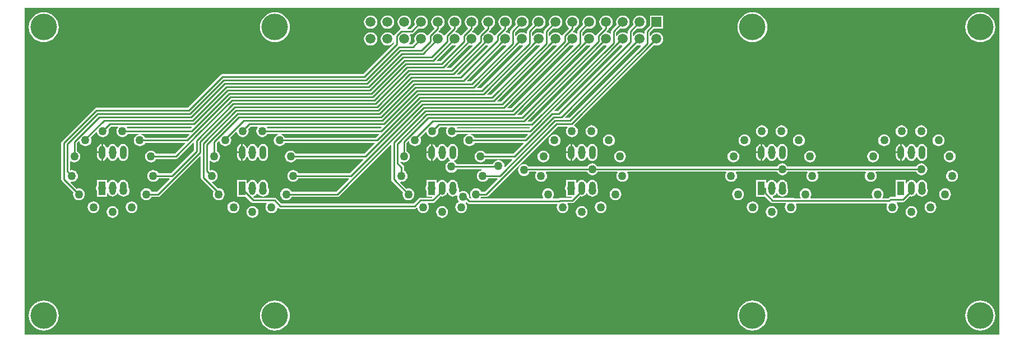
<source format=gtl>
G04*
G04 #@! TF.GenerationSoftware,Altium Limited,Altium Designer,18.1.11 (251)*
G04*
G04 Layer_Physical_Order=1*
G04 Layer_Color=255*
%FSLAX25Y25*%
%MOIN*%
G70*
G01*
G75*
%ADD11C,0.01000*%
%ADD21O,0.03937X0.07874*%
%ADD22R,0.03937X0.07874*%
%ADD23C,0.04961*%
%ADD24C,0.05906*%
%ADD25R,0.05906X0.05906*%
%ADD26C,0.15748*%
%ADD27C,0.05000*%
G36*
X697971Y155529D02*
X118029D01*
Y349971D01*
X697971D01*
X697971Y155529D01*
D02*
G37*
%LPC*%
G36*
X484000Y345487D02*
X482968Y345351D01*
X482007Y344953D01*
X481181Y344319D01*
X480547Y343493D01*
X480149Y342532D01*
X480013Y341500D01*
X480149Y340468D01*
X480341Y340004D01*
X477371Y337034D01*
X477040Y336538D01*
X476923Y335953D01*
Y334869D01*
X476423Y334623D01*
X475993Y334953D01*
X475032Y335351D01*
X474000Y335487D01*
X472968Y335351D01*
X472007Y334953D01*
X471181Y334319D01*
X470547Y333493D01*
X470482Y333336D01*
X469982Y333436D01*
Y335319D01*
X472504Y337841D01*
X472968Y337649D01*
X474000Y337513D01*
X475032Y337649D01*
X475993Y338047D01*
X476819Y338681D01*
X477453Y339507D01*
X477851Y340468D01*
X477987Y341500D01*
X477851Y342532D01*
X477453Y343493D01*
X476819Y344319D01*
X475993Y344953D01*
X475032Y345351D01*
X474000Y345487D01*
X472968Y345351D01*
X472007Y344953D01*
X471181Y344319D01*
X470547Y343493D01*
X470149Y342532D01*
X470013Y341500D01*
X470149Y340468D01*
X470341Y340004D01*
X467371Y337034D01*
X467040Y336538D01*
X466923Y335953D01*
Y334869D01*
X466423Y334623D01*
X465993Y334953D01*
X465032Y335351D01*
X464495Y335422D01*
X464315Y335950D01*
X465081Y336716D01*
X465413Y337212D01*
X465529Y337797D01*
Y337855D01*
X465993Y338047D01*
X466819Y338681D01*
X467453Y339507D01*
X467851Y340468D01*
X467987Y341500D01*
X467851Y342532D01*
X467453Y343493D01*
X466819Y344319D01*
X465993Y344953D01*
X465032Y345351D01*
X464000Y345487D01*
X462968Y345351D01*
X462007Y344953D01*
X461181Y344319D01*
X460547Y343493D01*
X460149Y342532D01*
X460013Y341500D01*
X460149Y340468D01*
X460547Y339507D01*
X461181Y338681D01*
X461652Y338319D01*
X461696Y337656D01*
X458466Y334426D01*
X458134Y333930D01*
X458118Y333848D01*
X457546Y333474D01*
X457453Y333493D01*
X456819Y334319D01*
X455993Y334953D01*
X455032Y335351D01*
X454000Y335487D01*
X452968Y335351D01*
X452007Y334953D01*
X451181Y334319D01*
X450547Y333493D01*
X450482Y333336D01*
X449982Y333436D01*
Y335319D01*
X452504Y337841D01*
X452968Y337649D01*
X454000Y337513D01*
X455032Y337649D01*
X455993Y338047D01*
X456819Y338681D01*
X457453Y339507D01*
X457851Y340468D01*
X457987Y341500D01*
X457851Y342532D01*
X457453Y343493D01*
X456819Y344319D01*
X455993Y344953D01*
X455032Y345351D01*
X454000Y345487D01*
X452968Y345351D01*
X452007Y344953D01*
X451181Y344319D01*
X450547Y343493D01*
X450149Y342532D01*
X450013Y341500D01*
X450149Y340468D01*
X450341Y340004D01*
X447371Y337034D01*
X447040Y336538D01*
X446923Y335953D01*
Y334869D01*
X446423Y334623D01*
X445993Y334953D01*
X445032Y335351D01*
X444495Y335422D01*
X444315Y335950D01*
X445081Y336716D01*
X445413Y337212D01*
X445529Y337797D01*
Y337855D01*
X445993Y338047D01*
X446819Y338681D01*
X447453Y339507D01*
X447851Y340468D01*
X447987Y341500D01*
X447851Y342532D01*
X447453Y343493D01*
X446819Y344319D01*
X445993Y344953D01*
X445032Y345351D01*
X444000Y345487D01*
X442968Y345351D01*
X442007Y344953D01*
X441181Y344319D01*
X440547Y343493D01*
X440149Y342532D01*
X440013Y341500D01*
X440149Y340468D01*
X440547Y339507D01*
X441181Y338681D01*
X441652Y338319D01*
X441696Y337656D01*
X438466Y334426D01*
X438134Y333930D01*
X438118Y333848D01*
X437546Y333474D01*
X437453Y333493D01*
X436819Y334319D01*
X435993Y334953D01*
X435032Y335351D01*
X434000Y335487D01*
X432968Y335351D01*
X432007Y334953D01*
X431181Y334319D01*
X430547Y333493D01*
X430482Y333336D01*
X429982Y333436D01*
Y335319D01*
X432504Y337841D01*
X432968Y337649D01*
X434000Y337513D01*
X435032Y337649D01*
X435993Y338047D01*
X436819Y338681D01*
X437453Y339507D01*
X437851Y340468D01*
X437987Y341500D01*
X437851Y342532D01*
X437453Y343493D01*
X436819Y344319D01*
X435993Y344953D01*
X435032Y345351D01*
X434000Y345487D01*
X432968Y345351D01*
X432007Y344953D01*
X431181Y344319D01*
X430547Y343493D01*
X430149Y342532D01*
X430013Y341500D01*
X430149Y340468D01*
X430341Y340004D01*
X427371Y337034D01*
X427040Y336538D01*
X426923Y335953D01*
Y334869D01*
X426423Y334623D01*
X425993Y334953D01*
X425032Y335351D01*
X424000Y335487D01*
X422968Y335351D01*
X422007Y334953D01*
X421181Y334319D01*
X420547Y333493D01*
X420482Y333336D01*
X419982Y333436D01*
Y335319D01*
X422504Y337841D01*
X422968Y337649D01*
X424000Y337513D01*
X425032Y337649D01*
X425993Y338047D01*
X426819Y338681D01*
X427453Y339507D01*
X427851Y340468D01*
X427987Y341500D01*
X427851Y342532D01*
X427453Y343493D01*
X426819Y344319D01*
X425993Y344953D01*
X425032Y345351D01*
X424000Y345487D01*
X422968Y345351D01*
X422007Y344953D01*
X421181Y344319D01*
X420547Y343493D01*
X420149Y342532D01*
X420013Y341500D01*
X420149Y340468D01*
X420341Y340004D01*
X417371Y337034D01*
X417040Y336538D01*
X416923Y335953D01*
Y334869D01*
X416423Y334623D01*
X415993Y334953D01*
X415032Y335351D01*
X414000Y335487D01*
X412968Y335351D01*
X412007Y334953D01*
X411181Y334319D01*
X410547Y333493D01*
X410482Y333336D01*
X409982Y333436D01*
Y335319D01*
X412504Y337841D01*
X412968Y337649D01*
X414000Y337513D01*
X415032Y337649D01*
X415993Y338047D01*
X416819Y338681D01*
X417453Y339507D01*
X417851Y340468D01*
X417987Y341500D01*
X417851Y342532D01*
X417453Y343493D01*
X416819Y344319D01*
X415993Y344953D01*
X415032Y345351D01*
X414000Y345487D01*
X412968Y345351D01*
X412007Y344953D01*
X411181Y344319D01*
X410547Y343493D01*
X410149Y342532D01*
X410013Y341500D01*
X410149Y340468D01*
X410341Y340004D01*
X407371Y337034D01*
X407040Y336538D01*
X406923Y335953D01*
Y334869D01*
X406423Y334623D01*
X405993Y334953D01*
X405032Y335351D01*
X404495Y335422D01*
X404315Y335950D01*
X405081Y336716D01*
X405413Y337212D01*
X405529Y337797D01*
Y337855D01*
X405993Y338047D01*
X406819Y338681D01*
X407453Y339507D01*
X407851Y340468D01*
X407987Y341500D01*
X407851Y342532D01*
X407453Y343493D01*
X406819Y344319D01*
X405993Y344953D01*
X405032Y345351D01*
X404000Y345487D01*
X402968Y345351D01*
X402007Y344953D01*
X401181Y344319D01*
X400547Y343493D01*
X400149Y342532D01*
X400013Y341500D01*
X400149Y340468D01*
X400547Y339507D01*
X401181Y338681D01*
X401652Y338319D01*
X401696Y337656D01*
X398466Y334426D01*
X398134Y333930D01*
X398118Y333848D01*
X397546Y333474D01*
X397453Y333493D01*
X396819Y334319D01*
X395993Y334953D01*
X395032Y335351D01*
X394495Y335422D01*
X394315Y335950D01*
X395081Y336716D01*
X395413Y337212D01*
X395529Y337797D01*
Y337855D01*
X395993Y338047D01*
X396819Y338681D01*
X397453Y339507D01*
X397851Y340468D01*
X397987Y341500D01*
X397851Y342532D01*
X397453Y343493D01*
X396819Y344319D01*
X395993Y344953D01*
X395032Y345351D01*
X394000Y345487D01*
X392968Y345351D01*
X392007Y344953D01*
X391181Y344319D01*
X390547Y343493D01*
X390149Y342532D01*
X390013Y341500D01*
X390149Y340468D01*
X390547Y339507D01*
X391181Y338681D01*
X391652Y338319D01*
X391696Y337656D01*
X388466Y334426D01*
X388134Y333930D01*
X388118Y333848D01*
X387546Y333474D01*
X387453Y333493D01*
X386819Y334319D01*
X385993Y334953D01*
X385032Y335351D01*
X384495Y335422D01*
X384315Y335950D01*
X385081Y336716D01*
X385413Y337212D01*
X385529Y337797D01*
Y337855D01*
X385993Y338047D01*
X386819Y338681D01*
X387453Y339507D01*
X387851Y340468D01*
X387987Y341500D01*
X387851Y342532D01*
X387453Y343493D01*
X386819Y344319D01*
X385993Y344953D01*
X385032Y345351D01*
X384000Y345487D01*
X382968Y345351D01*
X382007Y344953D01*
X381181Y344319D01*
X380547Y343493D01*
X380149Y342532D01*
X380013Y341500D01*
X380149Y340468D01*
X380547Y339507D01*
X381181Y338681D01*
X381652Y338319D01*
X381696Y337656D01*
X378466Y334426D01*
X378134Y333930D01*
X378118Y333848D01*
X377546Y333474D01*
X377453Y333493D01*
X376819Y334319D01*
X375993Y334953D01*
X375032Y335351D01*
X374495Y335422D01*
X374315Y335950D01*
X375081Y336716D01*
X375413Y337212D01*
X375529Y337797D01*
Y337855D01*
X375993Y338047D01*
X376819Y338681D01*
X377453Y339507D01*
X377851Y340468D01*
X377987Y341500D01*
X377851Y342532D01*
X377453Y343493D01*
X376819Y344319D01*
X375993Y344953D01*
X375032Y345351D01*
X374000Y345487D01*
X372968Y345351D01*
X372007Y344953D01*
X371181Y344319D01*
X370547Y343493D01*
X370149Y342532D01*
X370013Y341500D01*
X370149Y340468D01*
X370547Y339507D01*
X371181Y338681D01*
X371652Y338319D01*
X371696Y337656D01*
X368466Y334426D01*
X368134Y333930D01*
X368118Y333848D01*
X367546Y333474D01*
X367453Y333493D01*
X366819Y334319D01*
X365993Y334953D01*
X365032Y335351D01*
X364495Y335422D01*
X364315Y335950D01*
X365081Y336716D01*
X365413Y337212D01*
X365529Y337797D01*
Y337855D01*
X365993Y338047D01*
X366819Y338681D01*
X367453Y339507D01*
X367851Y340468D01*
X367987Y341500D01*
X367851Y342532D01*
X367453Y343493D01*
X366819Y344319D01*
X365993Y344953D01*
X365032Y345351D01*
X364000Y345487D01*
X362968Y345351D01*
X362007Y344953D01*
X361181Y344319D01*
X360547Y343493D01*
X360149Y342532D01*
X360013Y341500D01*
X360149Y340468D01*
X360547Y339507D01*
X361181Y338681D01*
X361652Y338319D01*
X361696Y337656D01*
X358466Y334426D01*
X358134Y333930D01*
X358118Y333848D01*
X357546Y333474D01*
X357453Y333493D01*
X356819Y334319D01*
X355993Y334953D01*
X355032Y335351D01*
X354000Y335487D01*
X352968Y335351D01*
X352007Y334953D01*
X351181Y334319D01*
X350547Y333493D01*
X350149Y332532D01*
X350013Y331500D01*
X350149Y330468D01*
X350341Y330004D01*
X348509Y328172D01*
X346933D01*
X346773Y328645D01*
X346819Y328681D01*
X347453Y329507D01*
X347851Y330468D01*
X347987Y331500D01*
X347851Y332532D01*
X347453Y333493D01*
X347123Y333923D01*
X347369Y334423D01*
X348453D01*
X349038Y334540D01*
X349534Y334871D01*
X352504Y337841D01*
X352968Y337649D01*
X354000Y337513D01*
X355032Y337649D01*
X355993Y338047D01*
X356819Y338681D01*
X357453Y339507D01*
X357851Y340468D01*
X357987Y341500D01*
X357851Y342532D01*
X357453Y343493D01*
X356819Y344319D01*
X355993Y344953D01*
X355032Y345351D01*
X354000Y345487D01*
X352968Y345351D01*
X352007Y344953D01*
X351181Y344319D01*
X350547Y343493D01*
X350149Y342532D01*
X350013Y341500D01*
X350149Y340468D01*
X350341Y340004D01*
X347819Y337482D01*
X345936D01*
X345836Y337982D01*
X345993Y338047D01*
X346819Y338681D01*
X347453Y339507D01*
X347851Y340468D01*
X347987Y341500D01*
X347851Y342532D01*
X347453Y343493D01*
X346819Y344319D01*
X345993Y344953D01*
X345032Y345351D01*
X344000Y345487D01*
X342968Y345351D01*
X342007Y344953D01*
X341181Y344319D01*
X340547Y343493D01*
X340149Y342532D01*
X340013Y341500D01*
X340149Y340468D01*
X340547Y339507D01*
X341181Y338681D01*
X342007Y338047D01*
X342026Y337954D01*
X341652Y337382D01*
X341570Y337366D01*
X341074Y337034D01*
X338466Y334426D01*
X338134Y333930D01*
X338118Y333848D01*
X337546Y333474D01*
X337453Y333493D01*
X336819Y334319D01*
X335993Y334953D01*
X335032Y335351D01*
X334000Y335487D01*
X332968Y335351D01*
X332007Y334953D01*
X331181Y334319D01*
X330547Y333493D01*
X330149Y332532D01*
X330013Y331500D01*
X330149Y330468D01*
X330547Y329507D01*
X331181Y328681D01*
X332007Y328047D01*
X332968Y327649D01*
X334000Y327513D01*
X335032Y327649D01*
X335993Y328047D01*
X336819Y328681D01*
X337453Y329507D01*
X337518Y329664D01*
X338018Y329564D01*
Y328936D01*
X319611Y310529D01*
X235701D01*
X235116Y310413D01*
X234620Y310081D01*
X215068Y290529D01*
X160813D01*
X160228Y290413D01*
X159732Y290081D01*
X140419Y270768D01*
X140087Y270272D01*
X139971Y269687D01*
Y248100D01*
X140087Y247515D01*
X140419Y247019D01*
X147147Y240290D01*
X147053Y240065D01*
X146934Y239156D01*
X147053Y238247D01*
X147404Y237401D01*
X147962Y236674D01*
X148689Y236116D01*
X149536Y235765D01*
X150444Y235646D01*
X151353Y235765D01*
X152199Y236116D01*
X152926Y236674D01*
X153484Y237401D01*
X153835Y238247D01*
X153954Y239156D01*
X153835Y240065D01*
X153484Y240911D01*
X152926Y241638D01*
X152199Y242196D01*
X151353Y242547D01*
X150444Y242666D01*
X149536Y242547D01*
X149310Y242453D01*
X145624Y246138D01*
X145858Y246612D01*
X146308Y246553D01*
X147216Y246672D01*
X148063Y247023D01*
X148790Y247581D01*
X149348Y248308D01*
X149699Y249154D01*
X149818Y250063D01*
X149699Y250972D01*
X149348Y251818D01*
X148790Y252545D01*
X148063Y253103D01*
X147216Y253454D01*
X146308Y253573D01*
X145515Y253469D01*
X145192Y253672D01*
X145029Y253842D01*
Y258685D01*
X145529Y258932D01*
X145959Y258602D01*
X146806Y258251D01*
X147714Y258132D01*
X148623Y258251D01*
X149469Y258602D01*
X150196Y259160D01*
X150754Y259887D01*
X151105Y260734D01*
X151224Y261642D01*
X151105Y262550D01*
X150754Y263397D01*
X150196Y264124D01*
X149469Y264682D01*
X149243Y264775D01*
Y269610D01*
X150435Y270802D01*
X150909Y270641D01*
X150949Y270333D01*
X151300Y269486D01*
X151858Y268759D01*
X152585Y268201D01*
X153431Y267850D01*
X154340Y267731D01*
X155248Y267850D01*
X156095Y268201D01*
X156822Y268759D01*
X157380Y269486D01*
X157731Y270333D01*
X157850Y271241D01*
X157731Y272149D01*
X157426Y272886D01*
X160763Y276223D01*
X161237Y276062D01*
X161277Y275753D01*
X161628Y274907D01*
X162186Y274180D01*
X162913Y273622D01*
X163760Y273271D01*
X164668Y273152D01*
X165577Y273271D01*
X166423Y273622D01*
X167150Y274180D01*
X167708Y274907D01*
X168059Y275753D01*
X168178Y276662D01*
X168059Y277571D01*
X167965Y277796D01*
X169640Y279471D01*
X173491D01*
X173717Y278971D01*
X173292Y278417D01*
X172941Y277571D01*
X172822Y276662D01*
X172941Y275753D01*
X173292Y274907D01*
X173850Y274180D01*
X174577Y273622D01*
X175424Y273271D01*
X176332Y273152D01*
X177241Y273271D01*
X178087Y273622D01*
X178814Y274180D01*
X179372Y274907D01*
X179465Y275133D01*
X185726D01*
X185759Y274633D01*
X185751Y274632D01*
X184905Y274281D01*
X184178Y273723D01*
X183620Y272996D01*
X183269Y272149D01*
X183150Y271241D01*
X183269Y270333D01*
X183620Y269486D01*
X184178Y268759D01*
X184905Y268201D01*
X185751Y267850D01*
X186660Y267731D01*
X187568Y267850D01*
X188415Y268201D01*
X189142Y268759D01*
X189700Y269486D01*
X189794Y269712D01*
X213395D01*
X213587Y269250D01*
X207508Y263171D01*
X196420D01*
X196326Y263397D01*
X195768Y264124D01*
X195041Y264682D01*
X194194Y265033D01*
X193286Y265152D01*
X192377Y265033D01*
X191531Y264682D01*
X190804Y264124D01*
X190246Y263397D01*
X189895Y262550D01*
X189776Y261642D01*
X189895Y260734D01*
X190246Y259887D01*
X190804Y259160D01*
X191531Y258602D01*
X192377Y258251D01*
X193286Y258132D01*
X194194Y258251D01*
X195041Y258602D01*
X195768Y259160D01*
X196326Y259887D01*
X196420Y260113D01*
X208142D01*
X208727Y260229D01*
X209223Y260561D01*
X218509Y269846D01*
X218971Y269654D01*
Y265462D01*
X205101Y251592D01*
X197826D01*
X197732Y251818D01*
X197174Y252545D01*
X196447Y253103D01*
X195600Y253454D01*
X194692Y253573D01*
X193783Y253454D01*
X192937Y253103D01*
X192210Y252545D01*
X191652Y251818D01*
X191301Y250972D01*
X191182Y250063D01*
X191301Y249154D01*
X191652Y248308D01*
X192210Y247581D01*
X192937Y247023D01*
X193783Y246672D01*
X194692Y246553D01*
X195600Y246672D01*
X196447Y247023D01*
X197174Y247581D01*
X197732Y248308D01*
X197826Y248534D01*
X204217D01*
X204409Y248072D01*
X197022Y240685D01*
X193690D01*
X193596Y240911D01*
X193038Y241638D01*
X192311Y242196D01*
X191464Y242547D01*
X190556Y242666D01*
X189647Y242547D01*
X188801Y242196D01*
X188074Y241638D01*
X187516Y240911D01*
X187165Y240065D01*
X187046Y239156D01*
X187165Y238247D01*
X187516Y237401D01*
X188074Y236674D01*
X188801Y236116D01*
X189647Y235765D01*
X190556Y235646D01*
X191464Y235765D01*
X192311Y236116D01*
X193038Y236674D01*
X193596Y237401D01*
X193690Y237627D01*
X197656D01*
X198241Y237743D01*
X198737Y238075D01*
X222509Y261846D01*
X222971Y261654D01*
Y249000D01*
X223087Y248415D01*
X223419Y247919D01*
X230546Y240791D01*
X230245Y240065D01*
X230126Y239156D01*
X230245Y238247D01*
X230596Y237401D01*
X231154Y236674D01*
X231881Y236116D01*
X232728Y235765D01*
X233636Y235646D01*
X234544Y235765D01*
X235391Y236116D01*
X236118Y236674D01*
X236676Y237401D01*
X237027Y238247D01*
X237146Y239156D01*
X237027Y240065D01*
X236676Y240911D01*
X236118Y241638D01*
X235391Y242196D01*
X234544Y242547D01*
X233636Y242666D01*
X233071Y242592D01*
X229601Y246062D01*
X229780Y246590D01*
X230409Y246672D01*
X231255Y247023D01*
X231982Y247581D01*
X232540Y248308D01*
X232891Y249154D01*
X233010Y250063D01*
X232891Y250972D01*
X232540Y251818D01*
X231982Y252545D01*
X231255Y253103D01*
X230409Y253454D01*
X229500Y253573D01*
X228591Y253454D01*
X228366Y253360D01*
X228029Y253696D01*
Y258919D01*
X228529Y259079D01*
X229151Y258602D01*
X229997Y258251D01*
X230906Y258132D01*
X231815Y258251D01*
X232661Y258602D01*
X233388Y259160D01*
X233946Y259887D01*
X234297Y260734D01*
X234416Y261642D01*
X234297Y262550D01*
X233946Y263397D01*
X233388Y264124D01*
X232661Y264682D01*
X232435Y264775D01*
Y269610D01*
X233627Y270802D01*
X234101Y270641D01*
X234141Y270333D01*
X234492Y269486D01*
X235050Y268759D01*
X235777Y268201D01*
X236624Y267850D01*
X237532Y267731D01*
X238440Y267850D01*
X239287Y268201D01*
X240014Y268759D01*
X240572Y269486D01*
X240923Y270333D01*
X241042Y271241D01*
X240923Y272149D01*
X240598Y272935D01*
X243901Y276238D01*
X244429Y276059D01*
X244469Y275753D01*
X244820Y274907D01*
X245378Y274180D01*
X246105Y273622D01*
X246952Y273271D01*
X247860Y273152D01*
X248768Y273271D01*
X249615Y273622D01*
X250342Y274180D01*
X250900Y274907D01*
X251251Y275753D01*
X251370Y276662D01*
X251251Y277571D01*
X251099Y277936D01*
X252634Y279471D01*
X256683D01*
X256909Y278971D01*
X256484Y278417D01*
X256133Y277571D01*
X256014Y276662D01*
X256133Y275753D01*
X256484Y274907D01*
X257042Y274180D01*
X257769Y273622D01*
X258615Y273271D01*
X259524Y273152D01*
X260433Y273271D01*
X261279Y273622D01*
X262006Y274180D01*
X262564Y274907D01*
X262657Y275133D01*
X268918D01*
X268951Y274633D01*
X268944Y274632D01*
X268097Y274281D01*
X267370Y273723D01*
X266812Y272996D01*
X266461Y272149D01*
X266342Y271241D01*
X266461Y270333D01*
X266812Y269486D01*
X267370Y268759D01*
X268097Y268201D01*
X268944Y267850D01*
X269852Y267731D01*
X270760Y267850D01*
X271607Y268201D01*
X272334Y268759D01*
X272892Y269486D01*
X272986Y269712D01*
X326223D01*
X326415Y269250D01*
X320337Y263171D01*
X279611D01*
X279518Y263397D01*
X278960Y264124D01*
X278233Y264682D01*
X277386Y265033D01*
X276478Y265152D01*
X275570Y265033D01*
X274723Y264682D01*
X273996Y264124D01*
X273438Y263397D01*
X273087Y262550D01*
X272968Y261642D01*
X273087Y260734D01*
X273438Y259887D01*
X273996Y259160D01*
X274723Y258602D01*
X275570Y258251D01*
X276478Y258132D01*
X277386Y258251D01*
X278233Y258602D01*
X278960Y259160D01*
X279518Y259887D01*
X279611Y260113D01*
X319453D01*
X319644Y259651D01*
X311586Y251592D01*
X281017D01*
X280924Y251818D01*
X280366Y252545D01*
X279639Y253103D01*
X278793Y253454D01*
X277884Y253573D01*
X276975Y253454D01*
X276129Y253103D01*
X275402Y252545D01*
X274844Y251818D01*
X274493Y250972D01*
X274374Y250063D01*
X274493Y249154D01*
X274844Y248308D01*
X275402Y247581D01*
X276129Y247023D01*
X276975Y246672D01*
X277884Y246553D01*
X278793Y246672D01*
X279639Y247023D01*
X280366Y247581D01*
X280924Y248308D01*
X281017Y248534D01*
X310702D01*
X310894Y248072D01*
X303507Y240685D01*
X276882D01*
X276788Y240911D01*
X276230Y241638D01*
X275503Y242196D01*
X274657Y242547D01*
X273748Y242666D01*
X272839Y242547D01*
X271993Y242196D01*
X271266Y241638D01*
X270708Y240911D01*
X270357Y240065D01*
X270238Y239156D01*
X270357Y238247D01*
X270708Y237401D01*
X271266Y236674D01*
X271993Y236116D01*
X272839Y235765D01*
X273748Y235646D01*
X274657Y235765D01*
X275503Y236116D01*
X276230Y236674D01*
X276788Y237401D01*
X276882Y237627D01*
X304141D01*
X304726Y237743D01*
X305222Y238075D01*
X335742Y268595D01*
X336204Y268403D01*
Y247866D01*
X336321Y247281D01*
X336652Y246785D01*
X343147Y240290D01*
X343053Y240065D01*
X342934Y239156D01*
X343053Y238247D01*
X343404Y237401D01*
X343962Y236674D01*
X344689Y236116D01*
X345535Y235765D01*
X346444Y235646D01*
X347353Y235765D01*
X348199Y236116D01*
X348926Y236674D01*
X349484Y237401D01*
X349835Y238247D01*
X349954Y239156D01*
X349835Y240065D01*
X349484Y240911D01*
X348926Y241638D01*
X348199Y242196D01*
X347353Y242547D01*
X346444Y242666D01*
X345535Y242547D01*
X345310Y242453D01*
X341624Y246138D01*
X341858Y246612D01*
X342308Y246553D01*
X343216Y246672D01*
X344063Y247023D01*
X344790Y247581D01*
X345348Y248308D01*
X345699Y249154D01*
X345818Y250063D01*
X345699Y250972D01*
X345348Y251818D01*
X344790Y252545D01*
X344063Y253103D01*
X343837Y253197D01*
Y255087D01*
X343721Y255673D01*
X343389Y256169D01*
X341439Y258119D01*
X341468Y258349D01*
X341924Y258584D01*
X342001Y258584D01*
X342806Y258251D01*
X343714Y258132D01*
X344622Y258251D01*
X345469Y258602D01*
X346196Y259160D01*
X346754Y259887D01*
X347105Y260734D01*
X347224Y261642D01*
X347105Y262550D01*
X346754Y263397D01*
X346196Y264124D01*
X345469Y264682D01*
X345243Y264775D01*
Y269610D01*
X346435Y270802D01*
X346909Y270641D01*
X346949Y270333D01*
X347300Y269486D01*
X347858Y268759D01*
X348585Y268201D01*
X349431Y267850D01*
X350340Y267731D01*
X351249Y267850D01*
X352095Y268201D01*
X352822Y268759D01*
X353380Y269486D01*
X353731Y270333D01*
X353850Y271241D01*
X353731Y272149D01*
X353426Y272886D01*
X356763Y276223D01*
X357237Y276062D01*
X357277Y275753D01*
X357628Y274907D01*
X358186Y274180D01*
X358913Y273622D01*
X359759Y273271D01*
X360668Y273152D01*
X361577Y273271D01*
X362423Y273622D01*
X363150Y274180D01*
X363708Y274907D01*
X364059Y275753D01*
X364178Y276662D01*
X364059Y277571D01*
X363965Y277796D01*
X365282Y279113D01*
X369261D01*
X369482Y278664D01*
X369292Y278417D01*
X368941Y277571D01*
X368822Y276662D01*
X368941Y275753D01*
X369292Y274907D01*
X369850Y274180D01*
X370577Y273622D01*
X371424Y273271D01*
X372332Y273152D01*
X373240Y273271D01*
X374087Y273622D01*
X374814Y274180D01*
X375372Y274907D01*
X375465Y275133D01*
X381726D01*
X381759Y274633D01*
X381751Y274632D01*
X380905Y274281D01*
X380178Y273723D01*
X379620Y272996D01*
X379269Y272149D01*
X379150Y271241D01*
X379269Y270333D01*
X379620Y269486D01*
X380178Y268759D01*
X380905Y268201D01*
X381751Y267850D01*
X382660Y267731D01*
X383569Y267850D01*
X384415Y268201D01*
X385142Y268759D01*
X385700Y269486D01*
X385793Y269712D01*
X414739D01*
X414930Y269250D01*
X408852Y263171D01*
X392420D01*
X392326Y263397D01*
X391768Y264124D01*
X391041Y264682D01*
X390195Y265033D01*
X389286Y265152D01*
X388377Y265033D01*
X387531Y264682D01*
X386804Y264124D01*
X386246Y263397D01*
X385895Y262550D01*
X385776Y261642D01*
X385895Y260734D01*
X386246Y259887D01*
X386804Y259160D01*
X387531Y258602D01*
X388377Y258251D01*
X389286Y258132D01*
X390195Y258251D01*
X391041Y258602D01*
X391768Y259160D01*
X392326Y259887D01*
X392420Y260113D01*
X407968D01*
X408159Y259651D01*
X403963Y255454D01*
X403489Y255687D01*
X403530Y256000D01*
X403410Y256914D01*
X403057Y257765D01*
X402496Y258496D01*
X401765Y259057D01*
X400914Y259410D01*
X400000Y259530D01*
X399086Y259410D01*
X398235Y259057D01*
X397504Y258496D01*
X396943Y257765D01*
X396638Y257029D01*
X375155D01*
X375057Y257265D01*
X374496Y257996D01*
X373765Y258557D01*
X373576Y258635D01*
X373575Y259008D01*
X373620Y259158D01*
X374296Y259438D01*
X374916Y259914D01*
X375392Y260534D01*
X375691Y261257D01*
X375793Y262032D01*
Y265968D01*
X375691Y266743D01*
X375392Y267466D01*
X374916Y268086D01*
X374296Y268562D01*
X373574Y268861D01*
X372799Y268963D01*
X372024Y268861D01*
X371302Y268562D01*
X370682Y268086D01*
X370206Y267466D01*
X369907Y266743D01*
X369902Y266703D01*
X369397D01*
X369392Y266743D01*
X369093Y267466D01*
X368617Y268086D01*
X367997Y268562D01*
X367275Y268861D01*
X366500Y268963D01*
X365725Y268861D01*
X365003Y268562D01*
X364383Y268086D01*
X363907Y267466D01*
X363608Y266743D01*
X363603Y266703D01*
X363098D01*
X363093Y266743D01*
X362794Y267466D01*
X362318Y268086D01*
X361698Y268562D01*
X360976Y268861D01*
X360701Y268897D01*
Y264000D01*
Y259103D01*
X360976Y259139D01*
X361698Y259438D01*
X362318Y259914D01*
X362794Y260534D01*
X363093Y261257D01*
X363098Y261297D01*
X363603D01*
X363608Y261257D01*
X363907Y260534D01*
X364383Y259914D01*
X365003Y259438D01*
X365725Y259139D01*
X366500Y259037D01*
X367275Y259139D01*
X367997Y259438D01*
X368617Y259914D01*
X369093Y260534D01*
X369392Y261257D01*
X369397Y261297D01*
X369902D01*
X369907Y261257D01*
X370206Y260534D01*
X370682Y259914D01*
X371298Y259442D01*
X371300Y259423D01*
X371227Y258928D01*
X371086Y258910D01*
X370235Y258557D01*
X369504Y257996D01*
X368943Y257265D01*
X368590Y256414D01*
X368470Y255500D01*
X368590Y254586D01*
X368943Y253735D01*
X369504Y253004D01*
X370235Y252443D01*
X371086Y252090D01*
X372000Y251970D01*
X372914Y252090D01*
X373765Y252443D01*
X374496Y253004D01*
X375057Y253735D01*
X375155Y253971D01*
X389879D01*
X389912Y253471D01*
X389784Y253454D01*
X388937Y253103D01*
X388210Y252545D01*
X387652Y251818D01*
X387301Y250972D01*
X387182Y250063D01*
X387301Y249154D01*
X387652Y248308D01*
X388210Y247581D01*
X388937Y247023D01*
X389784Y246672D01*
X390692Y246553D01*
X391600Y246672D01*
X392447Y247023D01*
X393174Y247581D01*
X393732Y248308D01*
X393826Y248534D01*
X399217D01*
X399409Y248072D01*
X392022Y240685D01*
X389689D01*
X389596Y240911D01*
X389038Y241638D01*
X388311Y242196D01*
X387464Y242547D01*
X386556Y242666D01*
X385648Y242547D01*
X384801Y242196D01*
X384074Y241638D01*
X383516Y240911D01*
X383165Y240065D01*
X383046Y239156D01*
X383165Y238247D01*
X383516Y237401D01*
X383793Y237040D01*
X383593Y236616D01*
X383094Y236569D01*
X382488Y237175D01*
X382530Y237500D01*
X382410Y238414D01*
X382057Y239265D01*
X381496Y239996D01*
X380765Y240557D01*
X379914Y240910D01*
X379000Y241030D01*
X378086Y240910D01*
X377235Y240557D01*
X376801Y240225D01*
X376391Y240540D01*
X376410Y240586D01*
X376530Y241500D01*
X376410Y242414D01*
X376057Y243265D01*
X375793Y243609D01*
Y244709D01*
X375691Y245484D01*
X375392Y246206D01*
X374916Y246826D01*
X374296Y247302D01*
X373574Y247601D01*
X372799Y247703D01*
X372024Y247601D01*
X371302Y247302D01*
X370682Y246826D01*
X370206Y246206D01*
X369907Y245484D01*
X369902Y245443D01*
X369397D01*
X369392Y245484D01*
X369093Y246206D01*
X368617Y246826D01*
X367997Y247302D01*
X367275Y247601D01*
X366500Y247703D01*
X365725Y247601D01*
X365003Y247302D01*
X364383Y246826D01*
X363907Y246206D01*
X363669Y245632D01*
X363169Y245731D01*
Y247677D01*
X357232D01*
Y244621D01*
X357144Y244505D01*
X356791Y243654D01*
X356671Y242740D01*
X356791Y241827D01*
X357144Y240975D01*
X357232Y240859D01*
Y237803D01*
X360387D01*
X360584Y237349D01*
X360324Y237029D01*
X353529D01*
X352944Y236913D01*
X352448Y236581D01*
X349417Y233550D01*
X270852D01*
X267821Y236581D01*
X267325Y236913D01*
X266740Y237029D01*
X254692D01*
X254309Y237413D01*
X254329Y237473D01*
X254525Y237904D01*
X255189Y238179D01*
X255809Y238654D01*
X256285Y239275D01*
X256381Y239507D01*
X256922D01*
X256934Y239479D01*
X257495Y238748D01*
X258226Y238187D01*
X259078Y237834D01*
X259991Y237714D01*
X260905Y237834D01*
X261756Y238187D01*
X262487Y238748D01*
X263048Y239479D01*
X263401Y240330D01*
X263521Y241244D01*
X263401Y242158D01*
X263048Y243009D01*
X262985Y243091D01*
Y244709D01*
X262883Y245484D01*
X262584Y246206D01*
X262108Y246826D01*
X261488Y247302D01*
X260766Y247601D01*
X259991Y247703D01*
X259216Y247601D01*
X258494Y247302D01*
X257874Y246826D01*
X257398Y246206D01*
X257099Y245484D01*
X257094Y245443D01*
X256589D01*
X256584Y245484D01*
X256285Y246206D01*
X255809Y246826D01*
X255189Y247302D01*
X254467Y247601D01*
X253692Y247703D01*
X252917Y247601D01*
X252195Y247302D01*
X251575Y246826D01*
X251099Y246206D01*
X250861Y245632D01*
X250361Y245731D01*
Y247677D01*
X244424D01*
Y237803D01*
X249592D01*
X252977Y234419D01*
X253473Y234087D01*
X254059Y233971D01*
X261956D01*
X262202Y233471D01*
X261977Y233177D01*
X261626Y232330D01*
X261507Y231422D01*
X261626Y230514D01*
X261977Y229667D01*
X262535Y228940D01*
X263262Y228382D01*
X264108Y228031D01*
X265017Y227912D01*
X265926Y228031D01*
X266772Y228382D01*
X267499Y228940D01*
X268057Y229667D01*
X268408Y230514D01*
X268460Y230910D01*
X268988Y231089D01*
X269138Y230939D01*
X269634Y230608D01*
X270219Y230491D01*
X350050D01*
X350635Y230608D01*
X351132Y230939D01*
X351213Y231021D01*
X351741Y230842D01*
X351784Y230514D01*
X352135Y229667D01*
X352693Y228940D01*
X353420Y228382D01*
X354267Y228031D01*
X355175Y227912D01*
X356083Y228031D01*
X356930Y228382D01*
X357657Y228940D01*
X358215Y229667D01*
X358566Y230514D01*
X358685Y231422D01*
X358566Y232330D01*
X358215Y233177D01*
X357990Y233471D01*
X358236Y233971D01*
X360987D01*
X361573Y234087D01*
X362069Y234419D01*
X365587Y237937D01*
X365725Y237880D01*
X366500Y237777D01*
X367275Y237880D01*
X367997Y238179D01*
X368617Y238654D01*
X369093Y239275D01*
X369343Y239877D01*
X369731Y239932D01*
X369872Y239905D01*
X369943Y239735D01*
X370101Y239529D01*
X370206Y239275D01*
X370682Y238654D01*
X371302Y238179D01*
X372024Y237880D01*
X372799Y237777D01*
X373574Y237880D01*
X374296Y238179D01*
X374494Y238331D01*
X374765Y238443D01*
X375199Y238775D01*
X375609Y238460D01*
X375590Y238414D01*
X375470Y237500D01*
X375590Y236586D01*
X375943Y235735D01*
X376399Y235140D01*
X376331Y234570D01*
X376070Y234462D01*
X375343Y233904D01*
X374785Y233177D01*
X374434Y232330D01*
X374315Y231422D01*
X374434Y230514D01*
X374785Y229667D01*
X375343Y228940D01*
X376070Y228382D01*
X376917Y228031D01*
X377825Y227912D01*
X378733Y228031D01*
X379580Y228382D01*
X380307Y228940D01*
X380865Y229667D01*
X381216Y230514D01*
X381335Y231422D01*
X381216Y232330D01*
X380865Y233177D01*
X380455Y233712D01*
X380560Y234210D01*
X380959Y234379D01*
X381419Y233919D01*
X381915Y233587D01*
X382500Y233471D01*
X434775D01*
X435049Y232971D01*
X434784Y232330D01*
X434665Y231422D01*
X434784Y230514D01*
X435135Y229667D01*
X435693Y228940D01*
X436420Y228382D01*
X437266Y228031D01*
X438175Y227912D01*
X439083Y228031D01*
X439930Y228382D01*
X440657Y228940D01*
X441215Y229667D01*
X441566Y230514D01*
X441685Y231422D01*
X441566Y232330D01*
X441215Y233177D01*
X441025Y233424D01*
X441246Y233873D01*
X443890D01*
X444475Y233989D01*
X444971Y234321D01*
X448587Y237937D01*
X448725Y237880D01*
X449500Y237777D01*
X450275Y237880D01*
X450997Y238179D01*
X451617Y238654D01*
X452093Y239275D01*
X452189Y239507D01*
X452730D01*
X452742Y239479D01*
X453303Y238748D01*
X454034Y238187D01*
X454885Y237834D01*
X455799Y237714D01*
X456713Y237834D01*
X457564Y238187D01*
X458295Y238748D01*
X458856Y239479D01*
X459209Y240330D01*
X459329Y241244D01*
X459209Y242158D01*
X458856Y243009D01*
X458793Y243091D01*
Y244709D01*
X458691Y245484D01*
X458392Y246206D01*
X457916Y246826D01*
X457296Y247302D01*
X456574Y247601D01*
X455799Y247703D01*
X455024Y247601D01*
X454302Y247302D01*
X453682Y246826D01*
X453206Y246206D01*
X452907Y245484D01*
X452902Y245443D01*
X452397D01*
X452392Y245484D01*
X452093Y246206D01*
X451617Y246826D01*
X450997Y247302D01*
X450275Y247601D01*
X449500Y247703D01*
X448725Y247601D01*
X448003Y247302D01*
X447383Y246826D01*
X446907Y246206D01*
X446669Y245632D01*
X446169Y245731D01*
Y247677D01*
X440232D01*
Y244621D01*
X440143Y244505D01*
X439791Y243654D01*
X439671Y242740D01*
X439791Y241827D01*
X440143Y240975D01*
X440232Y240859D01*
Y237803D01*
X443474D01*
X443666Y237341D01*
X443256Y236932D01*
X436526D01*
X435941Y236815D01*
X435513Y236529D01*
X432445D01*
X432199Y237029D01*
X432484Y237401D01*
X432835Y238247D01*
X432954Y239156D01*
X432835Y240065D01*
X432484Y240911D01*
X431926Y241638D01*
X431199Y242196D01*
X430352Y242547D01*
X429444Y242666D01*
X428536Y242547D01*
X427689Y242196D01*
X426962Y241638D01*
X426404Y240911D01*
X426053Y240065D01*
X425934Y239156D01*
X426053Y238247D01*
X426404Y237401D01*
X426689Y237029D01*
X426442Y236529D01*
X389558D01*
X389311Y237029D01*
X389596Y237401D01*
X389689Y237627D01*
X392656D01*
X393241Y237743D01*
X393737Y238075D01*
X435134Y279471D01*
X440827D01*
X441053Y278971D01*
X440628Y278417D01*
X440277Y277571D01*
X440158Y276662D01*
X440277Y275753D01*
X440628Y274907D01*
X441186Y274180D01*
X441913Y273622D01*
X442760Y273271D01*
X443668Y273152D01*
X444577Y273271D01*
X445423Y273622D01*
X446150Y274180D01*
X446708Y274907D01*
X447059Y275753D01*
X447178Y276662D01*
X447059Y277571D01*
X446708Y278417D01*
X446150Y279144D01*
X445423Y279702D01*
X445091Y279840D01*
X444993Y280330D01*
X492504Y327841D01*
X492968Y327649D01*
X494000Y327513D01*
X495032Y327649D01*
X495993Y328047D01*
X496819Y328681D01*
X497453Y329507D01*
X497851Y330468D01*
X497987Y331500D01*
X497851Y332532D01*
X497453Y333493D01*
X496819Y334319D01*
X495993Y334953D01*
X495032Y335351D01*
X494000Y335487D01*
X492968Y335351D01*
X492007Y334953D01*
X491181Y334319D01*
X490547Y333493D01*
X490482Y333336D01*
X489982Y333436D01*
Y335319D01*
X492210Y337547D01*
X497953D01*
Y345453D01*
X490047D01*
Y339710D01*
X487371Y337034D01*
X487040Y336538D01*
X486923Y335953D01*
Y334869D01*
X486423Y334623D01*
X485993Y334953D01*
X485032Y335351D01*
X484000Y335487D01*
X482968Y335351D01*
X482007Y334953D01*
X481181Y334319D01*
X480547Y333493D01*
X480482Y333336D01*
X479982Y333436D01*
Y335319D01*
X482504Y337841D01*
X482968Y337649D01*
X484000Y337513D01*
X485032Y337649D01*
X485993Y338047D01*
X486819Y338681D01*
X487453Y339507D01*
X487851Y340468D01*
X487987Y341500D01*
X487851Y342532D01*
X487453Y343493D01*
X486819Y344319D01*
X485993Y344953D01*
X485032Y345351D01*
X484000Y345487D01*
D02*
G37*
G36*
X334000D02*
X332968Y345351D01*
X332007Y344953D01*
X331181Y344319D01*
X330547Y343493D01*
X330149Y342532D01*
X330013Y341500D01*
X330149Y340468D01*
X330547Y339507D01*
X331181Y338681D01*
X332007Y338047D01*
X332968Y337649D01*
X334000Y337513D01*
X335032Y337649D01*
X335993Y338047D01*
X336819Y338681D01*
X337453Y339507D01*
X337851Y340468D01*
X337987Y341500D01*
X337851Y342532D01*
X337453Y343493D01*
X336819Y344319D01*
X335993Y344953D01*
X335032Y345351D01*
X334000Y345487D01*
D02*
G37*
G36*
X324000D02*
X322968Y345351D01*
X322007Y344953D01*
X321181Y344319D01*
X320547Y343493D01*
X320149Y342532D01*
X320013Y341500D01*
X320149Y340468D01*
X320547Y339507D01*
X321181Y338681D01*
X322007Y338047D01*
X322968Y337649D01*
X324000Y337513D01*
X325032Y337649D01*
X325993Y338047D01*
X326819Y338681D01*
X327453Y339507D01*
X327851Y340468D01*
X327987Y341500D01*
X327851Y342532D01*
X327453Y343493D01*
X326819Y344319D01*
X325993Y344953D01*
X325032Y345351D01*
X324000Y345487D01*
D02*
G37*
G36*
X686500Y347417D02*
X684760Y347246D01*
X683088Y346738D01*
X681546Y345914D01*
X680195Y344805D01*
X679086Y343454D01*
X678262Y341912D01*
X677754Y340240D01*
X677583Y338500D01*
X677754Y336760D01*
X678262Y335088D01*
X679086Y333546D01*
X680195Y332195D01*
X681546Y331086D01*
X683088Y330262D01*
X684760Y329754D01*
X686500Y329583D01*
X688240Y329754D01*
X689912Y330262D01*
X691454Y331086D01*
X692805Y332195D01*
X693914Y333546D01*
X694738Y335088D01*
X695246Y336760D01*
X695417Y338500D01*
X695246Y340240D01*
X694738Y341912D01*
X693914Y343454D01*
X692805Y344805D01*
X691454Y345914D01*
X689912Y346738D01*
X688240Y347246D01*
X686500Y347417D01*
D02*
G37*
G36*
X551000D02*
X549260Y347246D01*
X547588Y346738D01*
X546046Y345914D01*
X544695Y344805D01*
X543586Y343454D01*
X542762Y341912D01*
X542254Y340240D01*
X542083Y338500D01*
X542254Y336760D01*
X542762Y335088D01*
X543586Y333546D01*
X544695Y332195D01*
X546046Y331086D01*
X547588Y330262D01*
X549260Y329754D01*
X551000Y329583D01*
X552740Y329754D01*
X554412Y330262D01*
X555954Y331086D01*
X557305Y332195D01*
X558414Y333546D01*
X559238Y335088D01*
X559746Y336760D01*
X559917Y338500D01*
X559746Y340240D01*
X559238Y341912D01*
X558414Y343454D01*
X557305Y344805D01*
X555954Y345914D01*
X554412Y346738D01*
X552740Y347246D01*
X551000Y347417D01*
D02*
G37*
G36*
X267000D02*
X265260Y347246D01*
X263588Y346738D01*
X262046Y345914D01*
X260695Y344805D01*
X259586Y343454D01*
X258762Y341912D01*
X258254Y340240D01*
X258083Y338500D01*
X258254Y336760D01*
X258762Y335088D01*
X259586Y333546D01*
X260695Y332195D01*
X262046Y331086D01*
X263588Y330262D01*
X265260Y329754D01*
X267000Y329583D01*
X268740Y329754D01*
X270412Y330262D01*
X271954Y331086D01*
X273305Y332195D01*
X274414Y333546D01*
X275238Y335088D01*
X275746Y336760D01*
X275917Y338500D01*
X275746Y340240D01*
X275238Y341912D01*
X274414Y343454D01*
X273305Y344805D01*
X271954Y345914D01*
X270412Y346738D01*
X268740Y347246D01*
X267000Y347417D01*
D02*
G37*
G36*
X129500D02*
X127760Y347246D01*
X126088Y346738D01*
X124546Y345914D01*
X123195Y344805D01*
X122086Y343454D01*
X121262Y341912D01*
X120754Y340240D01*
X120583Y338500D01*
X120754Y336760D01*
X121262Y335088D01*
X122086Y333546D01*
X123195Y332195D01*
X124546Y331086D01*
X126088Y330262D01*
X127760Y329754D01*
X129500Y329583D01*
X131240Y329754D01*
X132912Y330262D01*
X134454Y331086D01*
X135805Y332195D01*
X136914Y333546D01*
X137738Y335088D01*
X138246Y336760D01*
X138417Y338500D01*
X138246Y340240D01*
X137738Y341912D01*
X136914Y343454D01*
X135805Y344805D01*
X134454Y345914D01*
X132912Y346738D01*
X131240Y347246D01*
X129500Y347417D01*
D02*
G37*
G36*
X324000Y335487D02*
X322968Y335351D01*
X322007Y334953D01*
X321181Y334319D01*
X320547Y333493D01*
X320149Y332532D01*
X320013Y331500D01*
X320149Y330468D01*
X320547Y329507D01*
X321181Y328681D01*
X322007Y328047D01*
X322968Y327649D01*
X324000Y327513D01*
X325032Y327649D01*
X325993Y328047D01*
X326819Y328681D01*
X327453Y329507D01*
X327851Y330468D01*
X327987Y331500D01*
X327851Y332532D01*
X327453Y333493D01*
X326819Y334319D01*
X325993Y334953D01*
X325032Y335351D01*
X324000Y335487D01*
D02*
G37*
G36*
X651388Y280172D02*
X650480Y280053D01*
X649633Y279702D01*
X648906Y279144D01*
X648348Y278417D01*
X647997Y277571D01*
X647878Y276662D01*
X647997Y275753D01*
X648348Y274907D01*
X648906Y274180D01*
X649633Y273622D01*
X650480Y273271D01*
X651388Y273152D01*
X652296Y273271D01*
X653143Y273622D01*
X653870Y274180D01*
X654428Y274907D01*
X654779Y275753D01*
X654898Y276662D01*
X654779Y277571D01*
X654428Y278417D01*
X653870Y279144D01*
X653143Y279702D01*
X652296Y280053D01*
X651388Y280172D01*
D02*
G37*
G36*
X639724D02*
X638815Y280053D01*
X637969Y279702D01*
X637242Y279144D01*
X636684Y278417D01*
X636333Y277571D01*
X636214Y276662D01*
X636333Y275753D01*
X636684Y274907D01*
X637242Y274180D01*
X637969Y273622D01*
X638815Y273271D01*
X639724Y273152D01*
X640632Y273271D01*
X641479Y273622D01*
X642206Y274180D01*
X642764Y274907D01*
X643115Y275753D01*
X643234Y276662D01*
X643115Y277571D01*
X642764Y278417D01*
X642206Y279144D01*
X641479Y279702D01*
X640632Y280053D01*
X639724Y280172D01*
D02*
G37*
G36*
X568332D02*
X567423Y280053D01*
X566577Y279702D01*
X565850Y279144D01*
X565292Y278417D01*
X564941Y277571D01*
X564822Y276662D01*
X564941Y275753D01*
X565292Y274907D01*
X565850Y274180D01*
X566577Y273622D01*
X567423Y273271D01*
X568332Y273152D01*
X569241Y273271D01*
X570087Y273622D01*
X570814Y274180D01*
X571372Y274907D01*
X571723Y275753D01*
X571842Y276662D01*
X571723Y277571D01*
X571372Y278417D01*
X570814Y279144D01*
X570087Y279702D01*
X569241Y280053D01*
X568332Y280172D01*
D02*
G37*
G36*
X556668D02*
X555759Y280053D01*
X554913Y279702D01*
X554186Y279144D01*
X553628Y278417D01*
X553277Y277571D01*
X553158Y276662D01*
X553277Y275753D01*
X553628Y274907D01*
X554186Y274180D01*
X554913Y273622D01*
X555759Y273271D01*
X556668Y273152D01*
X557577Y273271D01*
X558423Y273622D01*
X559150Y274180D01*
X559708Y274907D01*
X560059Y275753D01*
X560178Y276662D01*
X560059Y277571D01*
X559708Y278417D01*
X559150Y279144D01*
X558423Y279702D01*
X557577Y280053D01*
X556668Y280172D01*
D02*
G37*
G36*
X455332D02*
X454424Y280053D01*
X453577Y279702D01*
X452850Y279144D01*
X452292Y278417D01*
X451941Y277571D01*
X451822Y276662D01*
X451941Y275753D01*
X452292Y274907D01*
X452850Y274180D01*
X453577Y273622D01*
X454424Y273271D01*
X455332Y273152D01*
X456241Y273271D01*
X457087Y273622D01*
X457814Y274180D01*
X458372Y274907D01*
X458723Y275753D01*
X458842Y276662D01*
X458723Y277571D01*
X458372Y278417D01*
X457814Y279144D01*
X457087Y279702D01*
X456241Y280053D01*
X455332Y280172D01*
D02*
G37*
G36*
X661716Y274751D02*
X660808Y274632D01*
X659961Y274281D01*
X659234Y273723D01*
X658676Y272996D01*
X658325Y272149D01*
X658206Y271241D01*
X658325Y270333D01*
X658676Y269486D01*
X659234Y268759D01*
X659961Y268201D01*
X660808Y267850D01*
X661716Y267731D01*
X662625Y267850D01*
X663471Y268201D01*
X664198Y268759D01*
X664756Y269486D01*
X665107Y270333D01*
X665226Y271241D01*
X665107Y272149D01*
X664756Y272996D01*
X664198Y273723D01*
X663471Y274281D01*
X662625Y274632D01*
X661716Y274751D01*
D02*
G37*
G36*
X629396D02*
X628487Y274632D01*
X627641Y274281D01*
X626914Y273723D01*
X626356Y272996D01*
X626005Y272149D01*
X625886Y271241D01*
X626005Y270333D01*
X626356Y269486D01*
X626914Y268759D01*
X627641Y268201D01*
X628487Y267850D01*
X629396Y267731D01*
X630304Y267850D01*
X631151Y268201D01*
X631878Y268759D01*
X632436Y269486D01*
X632787Y270333D01*
X632906Y271241D01*
X632787Y272149D01*
X632436Y272996D01*
X631878Y273723D01*
X631151Y274281D01*
X630304Y274632D01*
X629396Y274751D01*
D02*
G37*
G36*
X578660D02*
X577751Y274632D01*
X576905Y274281D01*
X576178Y273723D01*
X575620Y272996D01*
X575269Y272149D01*
X575150Y271241D01*
X575269Y270333D01*
X575620Y269486D01*
X576178Y268759D01*
X576905Y268201D01*
X577751Y267850D01*
X578660Y267731D01*
X579568Y267850D01*
X580415Y268201D01*
X581142Y268759D01*
X581700Y269486D01*
X582051Y270333D01*
X582170Y271241D01*
X582051Y272149D01*
X581700Y272996D01*
X581142Y273723D01*
X580415Y274281D01*
X579568Y274632D01*
X578660Y274751D01*
D02*
G37*
G36*
X546340D02*
X545432Y274632D01*
X544585Y274281D01*
X543858Y273723D01*
X543300Y272996D01*
X542949Y272149D01*
X542830Y271241D01*
X542949Y270333D01*
X543300Y269486D01*
X543858Y268759D01*
X544585Y268201D01*
X545432Y267850D01*
X546340Y267731D01*
X547249Y267850D01*
X548095Y268201D01*
X548822Y268759D01*
X549380Y269486D01*
X549731Y270333D01*
X549850Y271241D01*
X549731Y272149D01*
X549380Y272996D01*
X548822Y273723D01*
X548095Y274281D01*
X547249Y274632D01*
X546340Y274751D01*
D02*
G37*
G36*
X465660D02*
X464751Y274632D01*
X463905Y274281D01*
X463178Y273723D01*
X462620Y272996D01*
X462269Y272149D01*
X462150Y271241D01*
X462269Y270333D01*
X462620Y269486D01*
X463178Y268759D01*
X463905Y268201D01*
X464751Y267850D01*
X465660Y267731D01*
X466569Y267850D01*
X467415Y268201D01*
X468142Y268759D01*
X468700Y269486D01*
X469051Y270333D01*
X469170Y271241D01*
X469051Y272149D01*
X468700Y272996D01*
X468142Y273723D01*
X467415Y274281D01*
X466569Y274632D01*
X465660Y274751D01*
D02*
G37*
G36*
X433340D02*
X432432Y274632D01*
X431585Y274281D01*
X430858Y273723D01*
X430300Y272996D01*
X429949Y272149D01*
X429830Y271241D01*
X429949Y270333D01*
X430300Y269486D01*
X430858Y268759D01*
X431585Y268201D01*
X432432Y267850D01*
X433340Y267731D01*
X434248Y267850D01*
X435095Y268201D01*
X435822Y268759D01*
X436380Y269486D01*
X436731Y270333D01*
X436850Y271241D01*
X436731Y272149D01*
X436380Y272996D01*
X435822Y273723D01*
X435095Y274281D01*
X434248Y274632D01*
X433340Y274751D01*
D02*
G37*
G36*
X651855Y268963D02*
X651080Y268861D01*
X650358Y268562D01*
X649738Y268086D01*
X649262Y267466D01*
X648963Y266743D01*
X648958Y266703D01*
X648453D01*
X648448Y266743D01*
X648149Y267466D01*
X647673Y268086D01*
X647053Y268562D01*
X646331Y268861D01*
X645556Y268963D01*
X644781Y268861D01*
X644059Y268562D01*
X643439Y268086D01*
X642963Y267466D01*
X642664Y266743D01*
X642659Y266703D01*
X642154D01*
X642149Y266743D01*
X641850Y267466D01*
X641374Y268086D01*
X640754Y268562D01*
X640032Y268861D01*
X639757Y268897D01*
Y264000D01*
Y259103D01*
X640032Y259139D01*
X640754Y259438D01*
X641374Y259914D01*
X641850Y260534D01*
X642149Y261257D01*
X642154Y261297D01*
X642659D01*
X642664Y261257D01*
X642963Y260534D01*
X643439Y259914D01*
X644059Y259438D01*
X644781Y259139D01*
X645556Y259037D01*
X646331Y259139D01*
X647053Y259438D01*
X647673Y259914D01*
X648149Y260534D01*
X648448Y261257D01*
X648453Y261297D01*
X648958D01*
X648963Y261257D01*
X649262Y260534D01*
X649738Y259914D01*
X650358Y259438D01*
X651080Y259139D01*
X651855Y259037D01*
X652630Y259139D01*
X653352Y259438D01*
X653972Y259914D01*
X654448Y260534D01*
X654747Y261257D01*
X654849Y262032D01*
Y265968D01*
X654747Y266743D01*
X654448Y267466D01*
X653972Y268086D01*
X653352Y268562D01*
X652630Y268861D01*
X651855Y268963D01*
D02*
G37*
G36*
X568799D02*
X568024Y268861D01*
X567302Y268562D01*
X566682Y268086D01*
X566206Y267466D01*
X565907Y266743D01*
X565902Y266703D01*
X565398D01*
X565392Y266743D01*
X565093Y267466D01*
X564617Y268086D01*
X563997Y268562D01*
X563275Y268861D01*
X562500Y268963D01*
X561725Y268861D01*
X561003Y268562D01*
X560383Y268086D01*
X559907Y267466D01*
X559608Y266743D01*
X559602Y266703D01*
X559098D01*
X559093Y266743D01*
X558794Y267466D01*
X558318Y268086D01*
X557698Y268562D01*
X556976Y268861D01*
X556701Y268897D01*
Y264000D01*
Y259103D01*
X556976Y259139D01*
X557698Y259438D01*
X558318Y259914D01*
X558794Y260534D01*
X559093Y261257D01*
X559098Y261297D01*
X559602D01*
X559608Y261257D01*
X559907Y260534D01*
X560383Y259914D01*
X561003Y259438D01*
X561725Y259139D01*
X562500Y259037D01*
X563275Y259139D01*
X563997Y259438D01*
X564617Y259914D01*
X565093Y260534D01*
X565392Y261257D01*
X565398Y261297D01*
X565902D01*
X565907Y261257D01*
X566206Y260534D01*
X566682Y259914D01*
X567302Y259438D01*
X568024Y259139D01*
X568799Y259037D01*
X569574Y259139D01*
X570296Y259438D01*
X570916Y259914D01*
X571392Y260534D01*
X571691Y261257D01*
X571793Y262032D01*
Y265968D01*
X571691Y266743D01*
X571392Y267466D01*
X570916Y268086D01*
X570296Y268562D01*
X569574Y268861D01*
X568799Y268963D01*
D02*
G37*
G36*
X455799D02*
X455024Y268861D01*
X454302Y268562D01*
X453682Y268086D01*
X453206Y267466D01*
X452907Y266743D01*
X452902Y266703D01*
X452397D01*
X452392Y266743D01*
X452093Y267466D01*
X451617Y268086D01*
X450997Y268562D01*
X450275Y268861D01*
X449500Y268963D01*
X448725Y268861D01*
X448003Y268562D01*
X447383Y268086D01*
X446907Y267466D01*
X446608Y266743D01*
X446602Y266703D01*
X446098D01*
X446093Y266743D01*
X445794Y267466D01*
X445318Y268086D01*
X444698Y268562D01*
X443976Y268861D01*
X443701Y268897D01*
Y264000D01*
Y259103D01*
X443976Y259139D01*
X444698Y259438D01*
X445318Y259914D01*
X445794Y260534D01*
X446093Y261257D01*
X446098Y261297D01*
X446602D01*
X446608Y261257D01*
X446907Y260534D01*
X447383Y259914D01*
X448003Y259438D01*
X448725Y259139D01*
X449500Y259037D01*
X450275Y259139D01*
X450997Y259438D01*
X451617Y259914D01*
X452093Y260534D01*
X452392Y261257D01*
X452397Y261297D01*
X452902D01*
X452907Y261257D01*
X453206Y260534D01*
X453682Y259914D01*
X454302Y259438D01*
X455024Y259139D01*
X455799Y259037D01*
X456574Y259139D01*
X457296Y259438D01*
X457916Y259914D01*
X458392Y260534D01*
X458691Y261257D01*
X458793Y262032D01*
Y265968D01*
X458691Y266743D01*
X458392Y267466D01*
X457916Y268086D01*
X457296Y268562D01*
X456574Y268861D01*
X455799Y268963D01*
D02*
G37*
G36*
X259991D02*
X259216Y268861D01*
X258494Y268562D01*
X257874Y268086D01*
X257398Y267466D01*
X257099Y266743D01*
X257094Y266703D01*
X256589D01*
X256584Y266743D01*
X256285Y267466D01*
X255809Y268086D01*
X255189Y268562D01*
X254467Y268861D01*
X253692Y268963D01*
X252917Y268861D01*
X252195Y268562D01*
X251575Y268086D01*
X251099Y267466D01*
X250800Y266743D01*
X250795Y266703D01*
X250290D01*
X250285Y266743D01*
X249986Y267466D01*
X249510Y268086D01*
X248890Y268562D01*
X248168Y268861D01*
X247893Y268897D01*
Y264000D01*
Y259103D01*
X248168Y259139D01*
X248890Y259438D01*
X249510Y259914D01*
X249986Y260534D01*
X250285Y261257D01*
X250290Y261297D01*
X250795D01*
X250800Y261257D01*
X251099Y260534D01*
X251575Y259914D01*
X252195Y259438D01*
X252917Y259139D01*
X253692Y259037D01*
X254467Y259139D01*
X255189Y259438D01*
X255809Y259914D01*
X256285Y260534D01*
X256584Y261257D01*
X256589Y261297D01*
X257094D01*
X257099Y261257D01*
X257398Y260534D01*
X257874Y259914D01*
X258494Y259438D01*
X259216Y259139D01*
X259991Y259037D01*
X260766Y259139D01*
X261488Y259438D01*
X262108Y259914D01*
X262584Y260534D01*
X262883Y261257D01*
X262985Y262032D01*
Y265968D01*
X262883Y266743D01*
X262584Y267466D01*
X262108Y268086D01*
X261488Y268562D01*
X260766Y268861D01*
X259991Y268963D01*
D02*
G37*
G36*
X176799D02*
X176024Y268861D01*
X175302Y268562D01*
X174682Y268086D01*
X174206Y267466D01*
X173907Y266743D01*
X173902Y266703D01*
X173398D01*
X173392Y266743D01*
X173093Y267466D01*
X172617Y268086D01*
X171997Y268562D01*
X171275Y268861D01*
X170500Y268963D01*
X169725Y268861D01*
X169003Y268562D01*
X168383Y268086D01*
X167907Y267466D01*
X167608Y266743D01*
X167603Y266703D01*
X167098D01*
X167093Y266743D01*
X166794Y267466D01*
X166318Y268086D01*
X165698Y268562D01*
X164976Y268861D01*
X164701Y268897D01*
Y264000D01*
Y259103D01*
X164976Y259139D01*
X165698Y259438D01*
X166318Y259914D01*
X166794Y260534D01*
X167093Y261257D01*
X167098Y261297D01*
X167603D01*
X167608Y261257D01*
X167907Y260534D01*
X168383Y259914D01*
X169003Y259438D01*
X169725Y259139D01*
X170500Y259037D01*
X171275Y259139D01*
X171997Y259438D01*
X172617Y259914D01*
X173093Y260534D01*
X173392Y261257D01*
X173398Y261297D01*
X173902D01*
X173907Y261257D01*
X174206Y260534D01*
X174682Y259914D01*
X175302Y259438D01*
X176024Y259139D01*
X176799Y259037D01*
X177574Y259139D01*
X178296Y259438D01*
X178916Y259914D01*
X179392Y260534D01*
X179691Y261257D01*
X179793Y262032D01*
Y265968D01*
X179691Y266743D01*
X179392Y267466D01*
X178916Y268086D01*
X178296Y268562D01*
X177574Y268861D01*
X176799Y268963D01*
D02*
G37*
G36*
X163701Y268897D02*
X163426Y268861D01*
X162704Y268562D01*
X162084Y268086D01*
X161608Y267466D01*
X161309Y266743D01*
X161207Y265968D01*
Y264500D01*
X163701D01*
Y268897D01*
D02*
G37*
G36*
X638757D02*
X638482Y268861D01*
X637760Y268562D01*
X637140Y268086D01*
X636664Y267466D01*
X636365Y266743D01*
X636263Y265968D01*
Y264500D01*
X638757D01*
Y268897D01*
D02*
G37*
G36*
X555701D02*
X555426Y268861D01*
X554704Y268562D01*
X554084Y268086D01*
X553608Y267466D01*
X553309Y266743D01*
X553207Y265968D01*
Y264500D01*
X555701D01*
Y268897D01*
D02*
G37*
G36*
X442701D02*
X442426Y268861D01*
X441704Y268562D01*
X441084Y268086D01*
X440608Y267466D01*
X440309Y266743D01*
X440207Y265968D01*
Y264500D01*
X442701D01*
Y268897D01*
D02*
G37*
G36*
X359701D02*
X359426Y268861D01*
X358704Y268562D01*
X358084Y268086D01*
X357608Y267466D01*
X357309Y266743D01*
X357207Y265968D01*
Y264500D01*
X359701D01*
Y268897D01*
D02*
G37*
G36*
X246893D02*
X246618Y268861D01*
X245896Y268562D01*
X245276Y268086D01*
X244800Y267466D01*
X244501Y266743D01*
X244399Y265968D01*
Y264500D01*
X246893D01*
Y268897D01*
D02*
G37*
G36*
X163701Y263500D02*
X161207D01*
Y262032D01*
X161309Y261257D01*
X161608Y260534D01*
X162084Y259914D01*
X162704Y259438D01*
X163426Y259139D01*
X163701Y259103D01*
Y263500D01*
D02*
G37*
G36*
X638757Y263500D02*
X636263D01*
Y262032D01*
X636365Y261257D01*
X636664Y260534D01*
X637140Y259914D01*
X637760Y259438D01*
X638482Y259139D01*
X638757Y259103D01*
Y263500D01*
D02*
G37*
G36*
X442701D02*
X440207D01*
Y262032D01*
X440309Y261257D01*
X440608Y260534D01*
X441084Y259914D01*
X441704Y259438D01*
X442426Y259139D01*
X442701Y259103D01*
Y263500D01*
D02*
G37*
G36*
X246893D02*
X244399D01*
Y262032D01*
X244501Y261257D01*
X244800Y260534D01*
X245276Y259914D01*
X245896Y259438D01*
X246618Y259139D01*
X246893Y259103D01*
Y263500D01*
D02*
G37*
G36*
X555701D02*
X553207D01*
Y262032D01*
X553309Y261257D01*
X553608Y260534D01*
X554084Y259914D01*
X554704Y259438D01*
X555426Y259139D01*
X555701Y259103D01*
Y263500D01*
D02*
G37*
G36*
X359701D02*
X357207D01*
Y262032D01*
X357309Y261257D01*
X357608Y260534D01*
X358084Y259914D01*
X358704Y259438D01*
X359426Y259139D01*
X359701Y259103D01*
Y263500D01*
D02*
G37*
G36*
X668342Y265152D02*
X667434Y265033D01*
X666587Y264682D01*
X665860Y264124D01*
X665302Y263397D01*
X664951Y262550D01*
X664832Y261642D01*
X664951Y260734D01*
X665302Y259887D01*
X665860Y259160D01*
X666587Y258602D01*
X667434Y258251D01*
X668342Y258132D01*
X669250Y258251D01*
X670097Y258602D01*
X670824Y259160D01*
X671382Y259887D01*
X671733Y260734D01*
X671852Y261642D01*
X671733Y262550D01*
X671382Y263397D01*
X670824Y264124D01*
X670097Y264682D01*
X669250Y265033D01*
X668342Y265152D01*
D02*
G37*
G36*
X622770D02*
X621862Y265033D01*
X621015Y264682D01*
X620288Y264124D01*
X619730Y263397D01*
X619379Y262550D01*
X619260Y261642D01*
X619379Y260734D01*
X619730Y259887D01*
X620288Y259160D01*
X621015Y258602D01*
X621862Y258251D01*
X622770Y258132D01*
X623678Y258251D01*
X624525Y258602D01*
X625252Y259160D01*
X625810Y259887D01*
X626161Y260734D01*
X626280Y261642D01*
X626161Y262550D01*
X625810Y263397D01*
X625252Y264124D01*
X624525Y264682D01*
X623678Y265033D01*
X622770Y265152D01*
D02*
G37*
G36*
X585286D02*
X584377Y265033D01*
X583531Y264682D01*
X582804Y264124D01*
X582246Y263397D01*
X581895Y262550D01*
X581776Y261642D01*
X581895Y260734D01*
X582246Y259887D01*
X582804Y259160D01*
X583531Y258602D01*
X584377Y258251D01*
X585286Y258132D01*
X586195Y258251D01*
X587041Y258602D01*
X587768Y259160D01*
X588326Y259887D01*
X588677Y260734D01*
X588796Y261642D01*
X588677Y262550D01*
X588326Y263397D01*
X587768Y264124D01*
X587041Y264682D01*
X586195Y265033D01*
X585286Y265152D01*
D02*
G37*
G36*
X539714D02*
X538805Y265033D01*
X537959Y264682D01*
X537232Y264124D01*
X536674Y263397D01*
X536323Y262550D01*
X536204Y261642D01*
X536323Y260734D01*
X536674Y259887D01*
X537232Y259160D01*
X537959Y258602D01*
X538805Y258251D01*
X539714Y258132D01*
X540623Y258251D01*
X541469Y258602D01*
X542196Y259160D01*
X542754Y259887D01*
X543105Y260734D01*
X543224Y261642D01*
X543105Y262550D01*
X542754Y263397D01*
X542196Y264124D01*
X541469Y264682D01*
X540623Y265033D01*
X539714Y265152D01*
D02*
G37*
G36*
X472286D02*
X471378Y265033D01*
X470531Y264682D01*
X469804Y264124D01*
X469246Y263397D01*
X468895Y262550D01*
X468776Y261642D01*
X468895Y260734D01*
X469246Y259887D01*
X469804Y259160D01*
X470531Y258602D01*
X471378Y258251D01*
X472286Y258132D01*
X473195Y258251D01*
X474041Y258602D01*
X474768Y259160D01*
X475326Y259887D01*
X475677Y260734D01*
X475796Y261642D01*
X475677Y262550D01*
X475326Y263397D01*
X474768Y264124D01*
X474041Y264682D01*
X473195Y265033D01*
X472286Y265152D01*
D02*
G37*
G36*
X426714D02*
X425806Y265033D01*
X424959Y264682D01*
X424232Y264124D01*
X423674Y263397D01*
X423323Y262550D01*
X423204Y261642D01*
X423323Y260734D01*
X423674Y259887D01*
X424232Y259160D01*
X424959Y258602D01*
X425806Y258251D01*
X426714Y258132D01*
X427623Y258251D01*
X428469Y258602D01*
X429196Y259160D01*
X429754Y259887D01*
X430105Y260734D01*
X430224Y261642D01*
X430105Y262550D01*
X429754Y263397D01*
X429196Y264124D01*
X428469Y264682D01*
X427623Y265033D01*
X426714Y265152D01*
D02*
G37*
G36*
X651500Y257530D02*
X650586Y257410D01*
X649735Y257057D01*
X649004Y256496D01*
X648443Y255765D01*
X648363Y255573D01*
X571936D01*
X571856Y255765D01*
X571295Y256496D01*
X570564Y257057D01*
X569713Y257410D01*
X568799Y257530D01*
X567885Y257410D01*
X567034Y257057D01*
X566303Y256496D01*
X565742Y255765D01*
X565662Y255573D01*
X458936D01*
X458856Y255765D01*
X458295Y256496D01*
X457564Y257057D01*
X456713Y257410D01*
X455799Y257530D01*
X454885Y257410D01*
X454034Y257057D01*
X453303Y256496D01*
X452742Y255765D01*
X452662Y255573D01*
X417964D01*
X417638Y255996D01*
X416907Y256557D01*
X416056Y256910D01*
X415142Y257030D01*
X414229Y256910D01*
X413377Y256557D01*
X412646Y255996D01*
X412085Y255265D01*
X411732Y254414D01*
X411612Y253500D01*
X411732Y252586D01*
X412085Y251735D01*
X412646Y251004D01*
X413377Y250443D01*
X414229Y250090D01*
X415142Y249970D01*
X416056Y250090D01*
X416907Y250443D01*
X417638Y251004D01*
X418199Y251735D01*
X418522Y252514D01*
X422237D01*
X422458Y252065D01*
X422268Y251818D01*
X421917Y250972D01*
X421798Y250063D01*
X421917Y249154D01*
X422268Y248308D01*
X422826Y247581D01*
X423553Y247023D01*
X424400Y246672D01*
X425308Y246553D01*
X426217Y246672D01*
X427063Y247023D01*
X427790Y247581D01*
X428348Y248308D01*
X428699Y249154D01*
X428818Y250063D01*
X428699Y250972D01*
X428348Y251818D01*
X428158Y252065D01*
X428379Y252514D01*
X452626D01*
X452742Y252235D01*
X453303Y251504D01*
X454034Y250943D01*
X454885Y250590D01*
X455799Y250470D01*
X456713Y250590D01*
X457564Y250943D01*
X458295Y251504D01*
X458856Y252235D01*
X458972Y252514D01*
X470621D01*
X470842Y252065D01*
X470652Y251818D01*
X470301Y250972D01*
X470182Y250063D01*
X470301Y249154D01*
X470652Y248308D01*
X471210Y247581D01*
X471937Y247023D01*
X472784Y246672D01*
X473692Y246553D01*
X474601Y246672D01*
X475447Y247023D01*
X476174Y247581D01*
X476732Y248308D01*
X477083Y249154D01*
X477202Y250063D01*
X477083Y250972D01*
X476732Y251818D01*
X476542Y252065D01*
X476763Y252514D01*
X535237D01*
X535458Y252065D01*
X535268Y251818D01*
X534917Y250972D01*
X534798Y250063D01*
X534917Y249154D01*
X535268Y248308D01*
X535826Y247581D01*
X536553Y247023D01*
X537399Y246672D01*
X538308Y246553D01*
X539217Y246672D01*
X540063Y247023D01*
X540790Y247581D01*
X541348Y248308D01*
X541699Y249154D01*
X541818Y250063D01*
X541699Y250972D01*
X541348Y251818D01*
X541158Y252065D01*
X541379Y252514D01*
X565626D01*
X565742Y252235D01*
X566303Y251504D01*
X567034Y250943D01*
X567885Y250590D01*
X568799Y250470D01*
X569713Y250590D01*
X570564Y250943D01*
X571295Y251504D01*
X571856Y252235D01*
X571972Y252514D01*
X583621D01*
X583842Y252065D01*
X583652Y251818D01*
X583301Y250972D01*
X583182Y250063D01*
X583301Y249154D01*
X583652Y248308D01*
X584210Y247581D01*
X584937Y247023D01*
X585783Y246672D01*
X586692Y246553D01*
X587601Y246672D01*
X588447Y247023D01*
X589174Y247581D01*
X589732Y248308D01*
X590083Y249154D01*
X590202Y250063D01*
X590083Y250972D01*
X589732Y251818D01*
X589542Y252065D01*
X589763Y252514D01*
X618293D01*
X618514Y252065D01*
X618324Y251818D01*
X617973Y250972D01*
X617854Y250063D01*
X617973Y249154D01*
X618324Y248308D01*
X618882Y247581D01*
X619609Y247023D01*
X620456Y246672D01*
X621364Y246553D01*
X622272Y246672D01*
X623119Y247023D01*
X623846Y247581D01*
X624404Y248308D01*
X624755Y249154D01*
X624874Y250063D01*
X624755Y250972D01*
X624404Y251818D01*
X624214Y252065D01*
X624435Y252514D01*
X648327D01*
X648443Y252235D01*
X649004Y251504D01*
X649735Y250943D01*
X650586Y250590D01*
X651500Y250470D01*
X652414Y250590D01*
X653265Y250943D01*
X653996Y251504D01*
X654557Y252235D01*
X654910Y253086D01*
X655030Y254000D01*
X654910Y254914D01*
X654557Y255765D01*
X653996Y256496D01*
X653265Y257057D01*
X652414Y257410D01*
X651500Y257530D01*
D02*
G37*
G36*
X669748Y253573D02*
X668840Y253454D01*
X667993Y253103D01*
X667266Y252545D01*
X666708Y251818D01*
X666357Y250972D01*
X666238Y250063D01*
X666357Y249154D01*
X666708Y248308D01*
X667266Y247581D01*
X667993Y247023D01*
X668840Y246672D01*
X669748Y246553D01*
X670656Y246672D01*
X671503Y247023D01*
X672230Y247581D01*
X672788Y248308D01*
X673139Y249154D01*
X673258Y250063D01*
X673139Y250972D01*
X672788Y251818D01*
X672230Y252545D01*
X671503Y253103D01*
X670656Y253454D01*
X669748Y253573D01*
D02*
G37*
G36*
X176799Y247703D02*
X176024Y247601D01*
X175302Y247302D01*
X174682Y246826D01*
X174206Y246206D01*
X173907Y245484D01*
X173902Y245443D01*
X173398D01*
X173392Y245484D01*
X173093Y246206D01*
X172617Y246826D01*
X171997Y247302D01*
X171275Y247601D01*
X170500Y247703D01*
X169725Y247601D01*
X169003Y247302D01*
X168383Y246826D01*
X167907Y246206D01*
X167669Y245632D01*
X167169Y245731D01*
Y247677D01*
X161232D01*
Y244621D01*
X161144Y244505D01*
X160791Y243654D01*
X160671Y242740D01*
X160791Y241827D01*
X161144Y240975D01*
X161232Y240859D01*
Y237803D01*
X167169D01*
Y239749D01*
X167669Y239848D01*
X167907Y239275D01*
X168383Y238654D01*
X169003Y238179D01*
X169725Y237880D01*
X170500Y237777D01*
X171275Y237880D01*
X171997Y238179D01*
X172617Y238654D01*
X173093Y239275D01*
X173290Y239749D01*
X173831D01*
X173943Y239479D01*
X174504Y238748D01*
X175235Y238187D01*
X176086Y237834D01*
X177000Y237714D01*
X177914Y237834D01*
X178765Y238187D01*
X179496Y238748D01*
X180057Y239479D01*
X180410Y240330D01*
X180530Y241244D01*
X180410Y242158D01*
X180057Y243009D01*
X179793Y243353D01*
Y244709D01*
X179691Y245484D01*
X179392Y246206D01*
X178916Y246826D01*
X178296Y247302D01*
X177574Y247601D01*
X176799Y247703D01*
D02*
G37*
G36*
X651855D02*
X651080Y247601D01*
X650358Y247302D01*
X649738Y246826D01*
X649262Y246206D01*
X648963Y245484D01*
X648958Y245443D01*
X648453D01*
X648448Y245484D01*
X648149Y246206D01*
X647673Y246826D01*
X647053Y247302D01*
X646331Y247601D01*
X645556Y247703D01*
X644781Y247601D01*
X644059Y247302D01*
X643439Y246826D01*
X642963Y246206D01*
X642725Y245632D01*
X642225Y245731D01*
Y247677D01*
X636288D01*
Y237803D01*
X635902Y237529D01*
X633180D01*
X632595Y237413D01*
X632099Y237081D01*
X631722Y236705D01*
X628571D01*
X628350Y237154D01*
X628540Y237401D01*
X628891Y238247D01*
X629010Y239156D01*
X628891Y240065D01*
X628540Y240911D01*
X627982Y241638D01*
X627255Y242196D01*
X626408Y242547D01*
X625500Y242666D01*
X624591Y242547D01*
X623745Y242196D01*
X623018Y241638D01*
X622460Y240911D01*
X622109Y240065D01*
X621990Y239156D01*
X622109Y238247D01*
X622460Y237401D01*
X622650Y237154D01*
X622429Y236705D01*
X585627D01*
X585406Y237154D01*
X585596Y237401D01*
X585947Y238247D01*
X586066Y239156D01*
X585947Y240065D01*
X585596Y240911D01*
X585038Y241638D01*
X584311Y242196D01*
X583464Y242547D01*
X582556Y242666D01*
X581647Y242547D01*
X580801Y242196D01*
X580074Y241638D01*
X579516Y240911D01*
X579165Y240065D01*
X579046Y239156D01*
X579165Y238247D01*
X579516Y237401D01*
X579706Y237154D01*
X579485Y236705D01*
X576224D01*
X576059Y236815D01*
X575474Y236932D01*
X563598D01*
X563117Y237413D01*
X563137Y237473D01*
X563333Y237904D01*
X563997Y238179D01*
X564617Y238654D01*
X565093Y239275D01*
X565189Y239507D01*
X565730D01*
X565742Y239479D01*
X566303Y238748D01*
X567034Y238187D01*
X567885Y237834D01*
X568799Y237714D01*
X569713Y237834D01*
X570564Y238187D01*
X571295Y238748D01*
X571856Y239479D01*
X572209Y240330D01*
X572329Y241244D01*
X572209Y242158D01*
X571856Y243009D01*
X571793Y243091D01*
Y244709D01*
X571691Y245484D01*
X571392Y246206D01*
X570916Y246826D01*
X570296Y247302D01*
X569574Y247601D01*
X568799Y247703D01*
X568024Y247601D01*
X567302Y247302D01*
X566682Y246826D01*
X566206Y246206D01*
X565907Y245484D01*
X565902Y245443D01*
X565398D01*
X565392Y245484D01*
X565093Y246206D01*
X564617Y246826D01*
X563997Y247302D01*
X563275Y247601D01*
X562500Y247703D01*
X561725Y247601D01*
X561003Y247302D01*
X560383Y246826D01*
X559907Y246206D01*
X559669Y245632D01*
X559169Y245731D01*
Y247677D01*
X553232D01*
Y237803D01*
X558400D01*
X561883Y234321D01*
X562379Y233989D01*
X562964Y233873D01*
X570754D01*
X570975Y233424D01*
X570785Y233177D01*
X570434Y232330D01*
X570315Y231422D01*
X570434Y230514D01*
X570785Y229667D01*
X571343Y228940D01*
X572070Y228382D01*
X572917Y228031D01*
X573825Y227912D01*
X574733Y228031D01*
X575580Y228382D01*
X576307Y228940D01*
X576865Y229667D01*
X577216Y230514D01*
X577335Y231422D01*
X577216Y232330D01*
X576865Y233177D01*
X576849Y233198D01*
X577070Y233646D01*
X630986D01*
X631207Y233198D01*
X631191Y233177D01*
X630840Y232330D01*
X630721Y231422D01*
X630840Y230514D01*
X631191Y229667D01*
X631749Y228940D01*
X632476Y228382D01*
X633322Y228031D01*
X634231Y227912D01*
X635140Y228031D01*
X635986Y228382D01*
X636713Y228940D01*
X637271Y229667D01*
X637622Y230514D01*
X637741Y231422D01*
X637622Y232330D01*
X637271Y233177D01*
X636713Y233904D01*
X636626Y233971D01*
X636796Y234471D01*
X640544D01*
X641129Y234587D01*
X641625Y234919D01*
X644643Y237937D01*
X644781Y237880D01*
X645556Y237777D01*
X646331Y237880D01*
X647053Y238179D01*
X647673Y238654D01*
X648149Y239275D01*
X648245Y239507D01*
X648786D01*
X648798Y239479D01*
X649359Y238748D01*
X650090Y238187D01*
X650942Y237834D01*
X651855Y237714D01*
X652769Y237834D01*
X653620Y238187D01*
X654351Y238748D01*
X654912Y239479D01*
X655265Y240330D01*
X655385Y241244D01*
X655265Y242158D01*
X654912Y243009D01*
X654849Y243091D01*
Y244709D01*
X654747Y245484D01*
X654448Y246206D01*
X653972Y246826D01*
X653352Y247302D01*
X652630Y247601D01*
X651855Y247703D01*
D02*
G37*
G36*
X665612Y242666D02*
X664704Y242547D01*
X663857Y242196D01*
X663130Y241638D01*
X662572Y240911D01*
X662221Y240065D01*
X662102Y239156D01*
X662221Y238247D01*
X662572Y237401D01*
X663130Y236674D01*
X663857Y236116D01*
X664704Y235765D01*
X665612Y235646D01*
X666521Y235765D01*
X667367Y236116D01*
X668094Y236674D01*
X668652Y237401D01*
X669003Y238247D01*
X669122Y239156D01*
X669003Y240065D01*
X668652Y240911D01*
X668094Y241638D01*
X667367Y242196D01*
X666521Y242547D01*
X665612Y242666D01*
D02*
G37*
G36*
X542444D02*
X541536Y242547D01*
X540689Y242196D01*
X539962Y241638D01*
X539404Y240911D01*
X539053Y240065D01*
X538934Y239156D01*
X539053Y238247D01*
X539404Y237401D01*
X539962Y236674D01*
X540689Y236116D01*
X541536Y235765D01*
X542444Y235646D01*
X543353Y235765D01*
X544199Y236116D01*
X544926Y236674D01*
X545484Y237401D01*
X545835Y238247D01*
X545954Y239156D01*
X545835Y240065D01*
X545484Y240911D01*
X544926Y241638D01*
X544199Y242196D01*
X543353Y242547D01*
X542444Y242666D01*
D02*
G37*
G36*
X469556D02*
X468647Y242547D01*
X467801Y242196D01*
X467074Y241638D01*
X466516Y240911D01*
X466165Y240065D01*
X466046Y239156D01*
X466165Y238247D01*
X466516Y237401D01*
X467074Y236674D01*
X467801Y236116D01*
X468647Y235765D01*
X469556Y235646D01*
X470465Y235765D01*
X471311Y236116D01*
X472038Y236674D01*
X472596Y237401D01*
X472947Y238247D01*
X473066Y239156D01*
X472947Y240065D01*
X472596Y240911D01*
X472038Y241638D01*
X471311Y242196D01*
X470465Y242547D01*
X469556Y242666D01*
D02*
G37*
G36*
X656881Y234932D02*
X655972Y234813D01*
X655126Y234462D01*
X654399Y233904D01*
X653841Y233177D01*
X653490Y232330D01*
X653371Y231422D01*
X653490Y230514D01*
X653841Y229667D01*
X654399Y228940D01*
X655126Y228382D01*
X655972Y228031D01*
X656881Y227912D01*
X657790Y228031D01*
X658636Y228382D01*
X659363Y228940D01*
X659921Y229667D01*
X660272Y230514D01*
X660391Y231422D01*
X660272Y232330D01*
X659921Y233177D01*
X659363Y233904D01*
X658636Y234462D01*
X657790Y234813D01*
X656881Y234932D01*
D02*
G37*
G36*
X551175D02*
X550267Y234813D01*
X549420Y234462D01*
X548693Y233904D01*
X548135Y233177D01*
X547784Y232330D01*
X547665Y231422D01*
X547784Y230514D01*
X548135Y229667D01*
X548693Y228940D01*
X549420Y228382D01*
X550267Y228031D01*
X551175Y227912D01*
X552083Y228031D01*
X552930Y228382D01*
X553657Y228940D01*
X554215Y229667D01*
X554566Y230514D01*
X554685Y231422D01*
X554566Y232330D01*
X554215Y233177D01*
X553657Y233904D01*
X552930Y234462D01*
X552083Y234813D01*
X551175Y234932D01*
D02*
G37*
G36*
X460825D02*
X459916Y234813D01*
X459070Y234462D01*
X458343Y233904D01*
X457785Y233177D01*
X457434Y232330D01*
X457315Y231422D01*
X457434Y230514D01*
X457785Y229667D01*
X458343Y228940D01*
X459070Y228382D01*
X459916Y228031D01*
X460825Y227912D01*
X461733Y228031D01*
X462580Y228382D01*
X463307Y228940D01*
X463865Y229667D01*
X464216Y230514D01*
X464335Y231422D01*
X464216Y232330D01*
X463865Y233177D01*
X463307Y233904D01*
X462580Y234462D01*
X461733Y234813D01*
X460825Y234932D01*
D02*
G37*
G36*
X242367D02*
X241459Y234813D01*
X240612Y234462D01*
X239885Y233904D01*
X239327Y233177D01*
X238976Y232330D01*
X238857Y231422D01*
X238976Y230514D01*
X239327Y229667D01*
X239885Y228940D01*
X240612Y228382D01*
X241459Y228031D01*
X242367Y227912D01*
X243275Y228031D01*
X244122Y228382D01*
X244849Y228940D01*
X245407Y229667D01*
X245758Y230514D01*
X245877Y231422D01*
X245758Y232330D01*
X245407Y233177D01*
X244849Y233904D01*
X244122Y234462D01*
X243275Y234813D01*
X242367Y234932D01*
D02*
G37*
G36*
X181825D02*
X180917Y234813D01*
X180070Y234462D01*
X179343Y233904D01*
X178785Y233177D01*
X178434Y232330D01*
X178315Y231422D01*
X178434Y230514D01*
X178785Y229667D01*
X179343Y228940D01*
X180070Y228382D01*
X180917Y228031D01*
X181825Y227912D01*
X182734Y228031D01*
X183580Y228382D01*
X184307Y228940D01*
X184865Y229667D01*
X185216Y230514D01*
X185335Y231422D01*
X185216Y232330D01*
X184865Y233177D01*
X184307Y233904D01*
X183580Y234462D01*
X182734Y234813D01*
X181825Y234932D01*
D02*
G37*
G36*
X159175D02*
X158266Y234813D01*
X157420Y234462D01*
X156693Y233904D01*
X156135Y233177D01*
X155784Y232330D01*
X155665Y231422D01*
X155784Y230514D01*
X156135Y229667D01*
X156693Y228940D01*
X157420Y228382D01*
X158266Y228031D01*
X159175Y227912D01*
X160083Y228031D01*
X160930Y228382D01*
X161657Y228940D01*
X162215Y229667D01*
X162566Y230514D01*
X162685Y231422D01*
X162566Y232330D01*
X162215Y233177D01*
X161657Y233904D01*
X160930Y234462D01*
X160083Y234813D01*
X159175Y234932D01*
D02*
G37*
G36*
X645556Y232140D02*
X644648Y232021D01*
X643801Y231670D01*
X643074Y231112D01*
X642516Y230385D01*
X642165Y229538D01*
X642046Y228630D01*
X642165Y227722D01*
X642516Y226875D01*
X643074Y226148D01*
X643801Y225590D01*
X644648Y225239D01*
X645556Y225120D01*
X646464Y225239D01*
X647311Y225590D01*
X648038Y226148D01*
X648596Y226875D01*
X648947Y227722D01*
X649066Y228630D01*
X648947Y229538D01*
X648596Y230385D01*
X648038Y231112D01*
X647311Y231670D01*
X646464Y232021D01*
X645556Y232140D01*
D02*
G37*
G36*
X562500D02*
X561591Y232021D01*
X560745Y231670D01*
X560018Y231112D01*
X559460Y230385D01*
X559109Y229538D01*
X558990Y228630D01*
X559109Y227722D01*
X559460Y226875D01*
X560018Y226148D01*
X560745Y225590D01*
X561591Y225239D01*
X562500Y225120D01*
X563409Y225239D01*
X564255Y225590D01*
X564982Y226148D01*
X565540Y226875D01*
X565891Y227722D01*
X566010Y228630D01*
X565891Y229538D01*
X565540Y230385D01*
X564982Y231112D01*
X564255Y231670D01*
X563409Y232021D01*
X562500Y232140D01*
D02*
G37*
G36*
X449500D02*
X448592Y232021D01*
X447745Y231670D01*
X447018Y231112D01*
X446460Y230385D01*
X446109Y229538D01*
X445990Y228630D01*
X446109Y227722D01*
X446460Y226875D01*
X447018Y226148D01*
X447745Y225590D01*
X448592Y225239D01*
X449500Y225120D01*
X450409Y225239D01*
X451255Y225590D01*
X451982Y226148D01*
X452540Y226875D01*
X452891Y227722D01*
X453010Y228630D01*
X452891Y229538D01*
X452540Y230385D01*
X451982Y231112D01*
X451255Y231670D01*
X450409Y232021D01*
X449500Y232140D01*
D02*
G37*
G36*
X366500D02*
X365592Y232021D01*
X364745Y231670D01*
X364018Y231112D01*
X363460Y230385D01*
X363109Y229538D01*
X362990Y228630D01*
X363109Y227722D01*
X363460Y226875D01*
X364018Y226148D01*
X364745Y225590D01*
X365592Y225239D01*
X366500Y225120D01*
X367408Y225239D01*
X368255Y225590D01*
X368982Y226148D01*
X369540Y226875D01*
X369891Y227722D01*
X370010Y228630D01*
X369891Y229538D01*
X369540Y230385D01*
X368982Y231112D01*
X368255Y231670D01*
X367408Y232021D01*
X366500Y232140D01*
D02*
G37*
G36*
X253692D02*
X252783Y232021D01*
X251937Y231670D01*
X251210Y231112D01*
X250652Y230385D01*
X250301Y229538D01*
X250182Y228630D01*
X250301Y227722D01*
X250652Y226875D01*
X251210Y226148D01*
X251937Y225590D01*
X252783Y225239D01*
X253692Y225120D01*
X254601Y225239D01*
X255447Y225590D01*
X256174Y226148D01*
X256732Y226875D01*
X257083Y227722D01*
X257202Y228630D01*
X257083Y229538D01*
X256732Y230385D01*
X256174Y231112D01*
X255447Y231670D01*
X254601Y232021D01*
X253692Y232140D01*
D02*
G37*
G36*
X170500D02*
X169591Y232021D01*
X168745Y231670D01*
X168018Y231112D01*
X167460Y230385D01*
X167109Y229538D01*
X166990Y228630D01*
X167109Y227722D01*
X167460Y226875D01*
X168018Y226148D01*
X168745Y225590D01*
X169591Y225239D01*
X170500Y225120D01*
X171408Y225239D01*
X172255Y225590D01*
X172982Y226148D01*
X173540Y226875D01*
X173891Y227722D01*
X174010Y228630D01*
X173891Y229538D01*
X173540Y230385D01*
X172982Y231112D01*
X172255Y231670D01*
X171408Y232021D01*
X170500Y232140D01*
D02*
G37*
G36*
X686500Y175917D02*
X684760Y175746D01*
X683088Y175238D01*
X681546Y174414D01*
X680195Y173305D01*
X679086Y171954D01*
X678262Y170412D01*
X677754Y168740D01*
X677583Y167000D01*
X677754Y165260D01*
X678262Y163588D01*
X679086Y162046D01*
X680195Y160695D01*
X681546Y159586D01*
X683088Y158762D01*
X684760Y158254D01*
X686500Y158083D01*
X688240Y158254D01*
X689912Y158762D01*
X691454Y159586D01*
X692805Y160695D01*
X693914Y162046D01*
X694738Y163588D01*
X695246Y165260D01*
X695417Y167000D01*
X695246Y168740D01*
X694738Y170412D01*
X693914Y171954D01*
X692805Y173305D01*
X691454Y174414D01*
X689912Y175238D01*
X688240Y175746D01*
X686500Y175917D01*
D02*
G37*
G36*
X551000D02*
X549260Y175746D01*
X547588Y175238D01*
X546046Y174414D01*
X544695Y173305D01*
X543586Y171954D01*
X542762Y170412D01*
X542254Y168740D01*
X542083Y167000D01*
X542254Y165260D01*
X542762Y163588D01*
X543586Y162046D01*
X544695Y160695D01*
X546046Y159586D01*
X547588Y158762D01*
X549260Y158254D01*
X551000Y158083D01*
X552740Y158254D01*
X554412Y158762D01*
X555954Y159586D01*
X557305Y160695D01*
X558414Y162046D01*
X559238Y163588D01*
X559746Y165260D01*
X559917Y167000D01*
X559746Y168740D01*
X559238Y170412D01*
X558414Y171954D01*
X557305Y173305D01*
X555954Y174414D01*
X554412Y175238D01*
X552740Y175746D01*
X551000Y175917D01*
D02*
G37*
G36*
X267000D02*
X265260Y175746D01*
X263588Y175238D01*
X262046Y174414D01*
X260695Y173305D01*
X259586Y171954D01*
X258762Y170412D01*
X258254Y168740D01*
X258083Y167000D01*
X258254Y165260D01*
X258762Y163588D01*
X259586Y162046D01*
X260695Y160695D01*
X262046Y159586D01*
X263588Y158762D01*
X265260Y158254D01*
X267000Y158083D01*
X268740Y158254D01*
X270412Y158762D01*
X271954Y159586D01*
X273305Y160695D01*
X274414Y162046D01*
X275238Y163588D01*
X275746Y165260D01*
X275917Y167000D01*
X275746Y168740D01*
X275238Y170412D01*
X274414Y171954D01*
X273305Y173305D01*
X271954Y174414D01*
X270412Y175238D01*
X268740Y175746D01*
X267000Y175917D01*
D02*
G37*
G36*
X129500D02*
X127760Y175746D01*
X126088Y175238D01*
X124546Y174414D01*
X123195Y173305D01*
X122086Y171954D01*
X121262Y170412D01*
X120754Y168740D01*
X120583Y167000D01*
X120754Y165260D01*
X121262Y163588D01*
X122086Y162046D01*
X123195Y160695D01*
X124546Y159586D01*
X126088Y158762D01*
X127760Y158254D01*
X129500Y158083D01*
X131240Y158254D01*
X132912Y158762D01*
X134454Y159586D01*
X135805Y160695D01*
X136914Y162046D01*
X137738Y163588D01*
X138246Y165260D01*
X138417Y167000D01*
X138246Y168740D01*
X137738Y170412D01*
X136914Y171954D01*
X135805Y173305D01*
X134454Y174414D01*
X132912Y175238D01*
X131240Y175746D01*
X129500Y175917D01*
D02*
G37*
%LPD*%
G36*
X372968Y327649D02*
X374000Y327513D01*
X374362Y327561D01*
X374596Y327087D01*
X365680Y318172D01*
X363488D01*
X363297Y318634D01*
X372504Y327841D01*
X372968Y327649D01*
D02*
G37*
G36*
X382968D02*
X384000Y327513D01*
X384362Y327561D01*
X384596Y327087D01*
X371680Y314172D01*
X369488D01*
X369297Y314634D01*
X382504Y327841D01*
X382968Y327649D01*
D02*
G37*
G36*
X392968D02*
X393685Y327555D01*
X393864Y327027D01*
X377009Y310172D01*
X375488D01*
X375296Y310634D01*
X392504Y327841D01*
X392968Y327649D01*
D02*
G37*
G36*
X402968D02*
X404000Y327513D01*
X404362Y327561D01*
X404596Y327087D01*
X383680Y306172D01*
X381488D01*
X381296Y306634D01*
X402504Y327841D01*
X402968Y327649D01*
D02*
G37*
G36*
X412968D02*
X414000Y327513D01*
X414362Y327561D01*
X414596Y327087D01*
X389680Y302172D01*
X387488D01*
X387297Y302634D01*
X412504Y327841D01*
X412968Y327649D01*
D02*
G37*
G36*
X422968D02*
X424000Y327513D01*
X424362Y327561D01*
X424596Y327087D01*
X395680Y298172D01*
X393488D01*
X393297Y298634D01*
X422504Y327841D01*
X422968Y327649D01*
D02*
G37*
G36*
X432968D02*
X434000Y327513D01*
X434362Y327561D01*
X434596Y327087D01*
X401680Y294172D01*
X399488D01*
X399296Y294634D01*
X432504Y327841D01*
X432968Y327649D01*
D02*
G37*
G36*
X442968D02*
X444000Y327513D01*
X444362Y327561D01*
X444596Y327087D01*
X407680Y290172D01*
X405488D01*
X405297Y290634D01*
X442504Y327841D01*
X442968Y327649D01*
D02*
G37*
G36*
X472968D02*
X473505Y327578D01*
X473685Y327050D01*
X435164Y288529D01*
X433532D01*
X433341Y288991D01*
X472282Y327933D01*
X472968Y327649D01*
D02*
G37*
G36*
X452968D02*
X454000Y327513D01*
X454362Y327561D01*
X454596Y327087D01*
X413680Y286172D01*
X411488D01*
X411297Y286634D01*
X452504Y327841D01*
X452968Y327649D01*
D02*
G37*
G36*
X482968D02*
X484000Y327513D01*
X484362Y327561D01*
X484596Y327087D01*
X442038Y284529D01*
X439846D01*
X439654Y284991D01*
X482504Y327841D01*
X482968Y327649D01*
D02*
G37*
G36*
X462968D02*
X464000Y327513D01*
X464044Y327519D01*
X464266Y327071D01*
X419367Y282172D01*
X417488D01*
X417297Y282634D01*
X462504Y327841D01*
X462968Y327649D01*
D02*
G37*
G36*
X418674Y278651D02*
X418215Y278191D01*
X375465D01*
X375372Y278417D01*
X375182Y278664D01*
X375403Y279113D01*
X418483D01*
X418674Y278651D01*
D02*
G37*
G36*
X330517Y279009D02*
X329700Y278191D01*
X262657D01*
X262564Y278417D01*
X262139Y278971D01*
X262365Y279471D01*
X330326D01*
X330517Y279009D01*
D02*
G37*
G36*
X217689D02*
X216872Y278191D01*
X179465D01*
X179372Y278417D01*
X178947Y278971D01*
X179173Y279471D01*
X217498D01*
X217689Y279009D01*
D02*
G37*
G36*
X417522Y274671D02*
X415622Y272770D01*
X385793D01*
X385700Y272996D01*
X385142Y273723D01*
X384415Y274281D01*
X383569Y274632D01*
X383561Y274633D01*
X383594Y275133D01*
X417331D01*
X417522Y274671D01*
D02*
G37*
G36*
X329007D02*
X327107Y272770D01*
X272986D01*
X272892Y272996D01*
X272334Y273723D01*
X271607Y274281D01*
X270760Y274632D01*
X270753Y274633D01*
X270786Y275133D01*
X328816D01*
X329007Y274671D01*
D02*
G37*
G36*
X216179D02*
X214279Y272770D01*
X189794D01*
X189700Y272996D01*
X189142Y273723D01*
X188415Y274281D01*
X187568Y274632D01*
X187561Y274633D01*
X187594Y275133D01*
X215988D01*
X216179Y274671D01*
D02*
G37*
D11*
X270219Y232021D02*
X350050D01*
X266740Y235500D02*
X270219Y232021D01*
X254059Y235500D02*
X266740D01*
X353529D02*
X360987D01*
X350050Y232021D02*
X353529Y235500D01*
X214913Y271241D02*
X240672Y297000D01*
X186660Y271241D02*
X214913D01*
X217505Y276662D02*
X239843Y299000D01*
X176332Y276662D02*
X217505D01*
X219015Y281000D02*
X239015Y301000D01*
X169006Y281000D02*
X219015D01*
X218186Y283000D02*
X238186Y303000D01*
X165377Y283000D02*
X218186D01*
X217358Y285000D02*
X237358Y305000D01*
X162470Y285000D02*
X217358D01*
X216529Y287000D02*
X236529Y307000D01*
X161642Y287000D02*
X216529D01*
X215701Y289000D02*
X235701Y309000D01*
X160813Y289000D02*
X215701D01*
X164668Y276662D02*
X169006Y281000D01*
X154340Y271963D02*
X165377Y283000D01*
X147714Y270244D02*
X162470Y285000D01*
X143500Y268858D02*
X161642Y287000D01*
X141500Y269687D02*
X160813Y289000D01*
X651457Y254043D02*
X651500Y254000D01*
X568843Y254043D02*
X651457D01*
X568799Y254000D02*
X568843Y254043D01*
X568756D02*
X568799Y254000D01*
X455842Y254043D02*
X568756D01*
X455799Y254000D02*
X455842Y254043D01*
X455756D02*
X455799Y254000D01*
X415686Y254043D02*
X455756D01*
X415142Y253500D02*
X415686Y254043D01*
X399500Y255500D02*
X400000Y256000D01*
X372000Y255500D02*
X399500D01*
X379000Y237500D02*
X380000D01*
X558500Y239866D02*
Y242740D01*
X640544Y236000D02*
X644205Y239662D01*
Y241389D01*
X645556Y242740D01*
X633180Y236000D02*
X640544D01*
X632356Y235176D02*
X633180Y236000D01*
X575700Y235176D02*
X632356D01*
X575474Y235402D02*
X575700Y235176D01*
X562964Y235402D02*
X575474D01*
X558500Y239866D02*
X562964Y235402D01*
X556201Y242740D02*
X558500D01*
X382500Y235000D02*
X436124D01*
X380000Y237500D02*
X382500Y235000D01*
X443890Y235402D02*
X449500Y241013D01*
Y242740D01*
X436526Y235402D02*
X443890D01*
X436124Y235000D02*
X436526Y235402D01*
X400735Y250063D02*
X433672Y283000D01*
X390692Y250063D02*
X400735D01*
X409485Y261642D02*
X432843Y285000D01*
X389286Y261642D02*
X409485D01*
X416256Y271241D02*
X432015Y287000D01*
X382660Y271241D02*
X416256D01*
X418848Y276662D02*
X473686Y331500D01*
X372332Y276662D02*
X418848D01*
X420000Y280642D02*
X468453Y329095D01*
X364648Y280642D02*
X420000D01*
X176799Y241445D02*
X177000Y241244D01*
X176799Y241445D02*
Y242740D01*
X360987Y235500D02*
X364818Y239330D01*
Y241058D01*
X366500Y242740D01*
X247393Y242166D02*
X254059Y235500D01*
X247393Y242166D02*
Y242740D01*
X312219Y250063D02*
X354799Y292642D01*
X277884Y250063D02*
X312219D01*
X320970Y261642D02*
X353970Y294642D01*
X276478Y261642D02*
X320970D01*
X327741Y271241D02*
X353142Y296642D01*
X269852Y271241D02*
X327741D01*
X330333Y276662D02*
X352313Y298642D01*
X259524Y276662D02*
X330333D01*
X331843Y281000D02*
X351485Y300642D01*
X252000Y281000D02*
X331843D01*
X331014Y283000D02*
X350657Y302642D01*
X248500Y283000D02*
X331014D01*
X330186Y285000D02*
X349828Y304642D01*
X245662Y285000D02*
X330186D01*
X329358Y287000D02*
X349000Y306642D01*
X244834Y287000D02*
X329358D01*
X328529Y289000D02*
X348171Y308642D01*
X244005Y289000D02*
X328529D01*
X327701Y291000D02*
X347343Y310642D01*
X243177Y291000D02*
X327701D01*
X326872Y293000D02*
X346514Y312642D01*
X242348Y293000D02*
X326872D01*
X326044Y295000D02*
X345686Y314642D01*
X241520Y295000D02*
X326044D01*
X325215Y297000D02*
X344858Y316642D01*
X240672Y297000D02*
X325215D01*
X324387Y299000D02*
X344029Y318642D01*
X239843Y299000D02*
X324387D01*
X323558Y301000D02*
X343201Y320642D01*
X239015Y301000D02*
X323558D01*
X322730Y303000D02*
X342372Y322642D01*
X238186Y303000D02*
X322730D01*
X321902Y305000D02*
X341544Y324642D01*
X237358Y305000D02*
X321902D01*
X321073Y307000D02*
X340716Y326642D01*
X236529Y307000D02*
X321073D01*
X320245Y309000D02*
X339547Y328302D01*
X235701Y309000D02*
X320245D01*
X247860Y276860D02*
X252000Y281000D01*
X237532Y272032D02*
X248500Y283000D01*
X230906Y270244D02*
X245662Y285000D01*
X226500Y268666D02*
X244834Y287000D01*
X224500Y269495D02*
X244005Y289000D01*
X222500Y270323D02*
X243177Y291000D01*
X220500Y271152D02*
X242348Y293000D01*
X221020Y274500D02*
X241520Y295000D01*
X205735Y250063D02*
X220500Y264828D01*
X194692Y250063D02*
X205735D01*
X220500Y264828D02*
Y271152D01*
X222500Y264000D02*
Y270323D01*
X224500Y249000D02*
Y269495D01*
X226500Y253063D02*
Y268666D01*
X197656Y239156D02*
X222500Y264000D01*
X141500Y248100D02*
Y269687D01*
Y248100D02*
X150444Y239156D01*
X353142Y296642D02*
X396314D01*
X353970Y294642D02*
X397142D01*
X354799Y292642D02*
X402314D01*
X355627Y290642D02*
X403142D01*
X304141Y239156D02*
X355627Y290642D01*
X356455Y288642D02*
X408314D01*
X337734Y269920D02*
X356455Y288642D01*
X337734Y247866D02*
Y269920D01*
X357284Y286642D02*
X409142D01*
X339734Y269092D02*
X357284Y286642D01*
X339734Y257662D02*
Y269092D01*
X358112Y284642D02*
X414314D01*
X343714Y270244D02*
X358112Y284642D01*
X343714Y261642D02*
Y270244D01*
X339547Y333344D02*
X342156Y335953D01*
X339547Y328302D02*
Y333344D01*
X340716Y326642D02*
X349142D01*
X341544Y324642D02*
X354314D01*
X342372Y322642D02*
X355142D01*
X343201Y320642D02*
X360314D01*
X344029Y318642D02*
X361142D01*
X344858Y316642D02*
X366314D01*
X345686Y314642D02*
X367142D01*
X346514Y312642D02*
X372314D01*
X347343Y310642D02*
X373142D01*
X348171Y308642D02*
X377642D01*
X349000Y306642D02*
X379142D01*
X349828Y304642D02*
X384314D01*
X350657Y302642D02*
X385142D01*
X351485Y300642D02*
X390314D01*
X352313Y298642D02*
X391142D01*
X361019Y282642D02*
X415142D01*
X350340Y271963D02*
X361019Y282642D01*
X360668Y276662D02*
X364648Y280642D01*
X342156Y335953D02*
X348453D01*
X147714Y261642D02*
Y270244D01*
X348453Y335953D02*
X354000Y341500D01*
X403142Y290642D02*
X444000Y331500D01*
X408314Y288642D02*
X448453Y328781D01*
X409142Y286642D02*
X454000Y331500D01*
X414314Y284642D02*
X459547Y329876D01*
X415142Y282642D02*
X464000Y331500D01*
X143500Y252871D02*
X146308Y250063D01*
X143500Y252871D02*
Y268858D01*
X349142Y326642D02*
X354000Y331500D01*
X354314Y324642D02*
X359547Y329876D01*
Y333344D01*
X364000Y337797D01*
Y341500D01*
X154340Y271241D02*
Y271963D01*
X355142Y322642D02*
X364000Y331500D01*
X221000Y274500D02*
X221020D01*
X208142Y261642D02*
X221000Y274500D01*
X230906Y261642D02*
Y270244D01*
X360314Y320642D02*
X369547Y329876D01*
Y333344D01*
X374000Y337797D01*
Y341500D01*
X361142Y318642D02*
X374000Y331500D01*
X366314Y316642D02*
X379547Y329876D01*
Y333344D01*
X384000Y337797D01*
Y341500D01*
X193286Y261642D02*
X208142D01*
X367142Y314642D02*
X384000Y331500D01*
X372314Y312642D02*
X389547Y329876D01*
Y333344D01*
X394000Y337797D01*
Y341500D01*
X190556Y239156D02*
X197656D01*
X373142Y310642D02*
X394000Y331500D01*
X233636Y239156D02*
Y239864D01*
X224500Y249000D02*
X233636Y239864D01*
X377642Y308642D02*
X399547Y330547D01*
Y333344D01*
X404000Y337797D01*
Y341500D01*
X226500Y253063D02*
X229500Y250063D01*
X379142Y306642D02*
X404000Y331500D01*
X384314Y304642D02*
X408453Y328781D01*
Y335953D01*
X414000Y341500D01*
X237532Y271241D02*
Y272032D01*
X385142Y302642D02*
X414000Y331500D01*
X247860Y276662D02*
Y276860D01*
X390314Y300642D02*
X418453Y328781D01*
Y335953D01*
X424000Y341500D01*
X391142Y298642D02*
X424000Y331500D01*
X396314Y296642D02*
X428453Y328781D01*
Y335953D01*
X434000Y341500D01*
X397142Y294642D02*
X434000Y331500D01*
X402314Y292642D02*
X439547Y329876D01*
Y333344D01*
X444000Y337797D01*
Y341500D01*
X273748Y239156D02*
X304141D01*
X337734Y247866D02*
X346444Y239156D01*
X448453Y328781D02*
Y335953D01*
X454000Y341500D01*
X468453Y329095D02*
Y335953D01*
X478453D02*
X484000Y341500D01*
X478453Y329656D02*
Y335953D01*
X435797Y287000D02*
X478453Y329656D01*
X432015Y287000D02*
X435797D01*
X339734Y257662D02*
X342308Y255087D01*
Y250063D02*
Y255087D01*
X442672Y283000D02*
X488453Y328781D01*
X433672Y283000D02*
X442672D01*
X459547Y329876D02*
Y333344D01*
X464000Y337797D01*
Y341500D01*
X350340Y271241D02*
Y271963D01*
X468453Y335953D02*
X474000Y341500D01*
X473686Y331500D02*
X474000D01*
X432843Y285000D02*
X437500D01*
X484000Y331500D01*
X488453Y328781D02*
Y335953D01*
X494000Y341500D01*
X386556Y239156D02*
X392656D01*
X434500Y281000D01*
X443500D01*
X494000Y331500D01*
D21*
X176799Y264000D02*
D03*
X170500D02*
D03*
X164201D02*
D03*
X176799Y242740D02*
D03*
X170500D02*
D03*
X259991Y264000D02*
D03*
X253692D02*
D03*
X247393D02*
D03*
X259991Y242740D02*
D03*
X253692D02*
D03*
X372799Y264000D02*
D03*
X366500D02*
D03*
X360201D02*
D03*
X372799Y242740D02*
D03*
X366500D02*
D03*
X455799Y264000D02*
D03*
X449500D02*
D03*
X443201D02*
D03*
X455799Y242740D02*
D03*
X449500D02*
D03*
X568799Y264000D02*
D03*
X562500D02*
D03*
X556201D02*
D03*
X568799Y242740D02*
D03*
X562500D02*
D03*
X651855Y264000D02*
D03*
X645556D02*
D03*
X639257D02*
D03*
X651855Y242740D02*
D03*
X645556D02*
D03*
D22*
X164201D02*
D03*
X247393D02*
D03*
X360201D02*
D03*
X443201D02*
D03*
X556201D02*
D03*
X639257D02*
D03*
D23*
X181825Y231422D02*
D03*
X159175D02*
D03*
X170500Y228630D02*
D03*
X194692Y250063D02*
D03*
X193286Y261642D02*
D03*
X186660Y271241D02*
D03*
X176332Y276662D02*
D03*
X164668D02*
D03*
X154340Y271241D02*
D03*
X147714Y261642D02*
D03*
X146308Y250063D02*
D03*
X150444Y239156D02*
D03*
X190556D02*
D03*
X273748D02*
D03*
X233636D02*
D03*
X229500Y250063D02*
D03*
X230906Y261642D02*
D03*
X237532Y271241D02*
D03*
X247860Y276662D02*
D03*
X259524D02*
D03*
X269852Y271241D02*
D03*
X276478Y261642D02*
D03*
X277884Y250063D02*
D03*
X253692Y228630D02*
D03*
X242367Y231422D02*
D03*
X265017D02*
D03*
X377825D02*
D03*
X355175D02*
D03*
X366500Y228630D02*
D03*
X390692Y250063D02*
D03*
X389286Y261642D02*
D03*
X382660Y271241D02*
D03*
X372332Y276662D02*
D03*
X360668D02*
D03*
X350340Y271241D02*
D03*
X343714Y261642D02*
D03*
X342308Y250063D02*
D03*
X346444Y239156D02*
D03*
X386556D02*
D03*
X469556D02*
D03*
X429444D02*
D03*
X425308Y250063D02*
D03*
X426714Y261642D02*
D03*
X433340Y271241D02*
D03*
X443668Y276662D02*
D03*
X455332D02*
D03*
X465660Y271241D02*
D03*
X472286Y261642D02*
D03*
X473692Y250063D02*
D03*
X449500Y228630D02*
D03*
X438175Y231422D02*
D03*
X460825D02*
D03*
X573825D02*
D03*
X551175D02*
D03*
X562500Y228630D02*
D03*
X586692Y250063D02*
D03*
X585286Y261642D02*
D03*
X578660Y271241D02*
D03*
X568332Y276662D02*
D03*
X556668D02*
D03*
X546340Y271241D02*
D03*
X539714Y261642D02*
D03*
X538308Y250063D02*
D03*
X542444Y239156D02*
D03*
X582556D02*
D03*
X665612D02*
D03*
X625500D02*
D03*
X621364Y250063D02*
D03*
X622770Y261642D02*
D03*
X629396Y271241D02*
D03*
X639724Y276662D02*
D03*
X651388D02*
D03*
X661716Y271241D02*
D03*
X668342Y261642D02*
D03*
X669748Y250063D02*
D03*
X645556Y228630D02*
D03*
X634231Y231422D02*
D03*
X656881D02*
D03*
D24*
X324000Y331500D02*
D03*
Y341500D02*
D03*
X334000Y331500D02*
D03*
Y341500D02*
D03*
X344000Y331500D02*
D03*
Y341500D02*
D03*
X354000Y331500D02*
D03*
Y341500D02*
D03*
X364000Y331500D02*
D03*
Y341500D02*
D03*
X374000Y331500D02*
D03*
Y341500D02*
D03*
X384000Y331500D02*
D03*
Y341500D02*
D03*
X394000Y331500D02*
D03*
Y341500D02*
D03*
X404000Y331500D02*
D03*
Y341500D02*
D03*
X414000Y331500D02*
D03*
Y341500D02*
D03*
X424000Y331500D02*
D03*
Y341500D02*
D03*
X434000Y331500D02*
D03*
Y341500D02*
D03*
X444000Y331500D02*
D03*
Y341500D02*
D03*
X454000Y331500D02*
D03*
Y341500D02*
D03*
X464000Y331500D02*
D03*
Y341500D02*
D03*
X474000Y331500D02*
D03*
Y341500D02*
D03*
X484000Y331500D02*
D03*
Y341500D02*
D03*
X494000Y331500D02*
D03*
D25*
Y341500D02*
D03*
D26*
X129500Y167000D02*
D03*
X686500D02*
D03*
Y338500D02*
D03*
X129500D02*
D03*
X267000Y167000D02*
D03*
X551000D02*
D03*
Y338500D02*
D03*
X267000D02*
D03*
D27*
X170500Y264000D02*
D03*
X253692D02*
D03*
X366500D02*
D03*
X645556D02*
D03*
X562500D02*
D03*
X449500D02*
D03*
X651500Y254000D02*
D03*
X568799D02*
D03*
X455799D02*
D03*
X415142Y253500D02*
D03*
X400000Y256000D02*
D03*
X372000Y255500D02*
D03*
X379000Y237500D02*
D03*
X373000Y241500D02*
D03*
X562500Y242500D02*
D03*
X443201Y242740D02*
D03*
X360201D02*
D03*
X651855Y241244D02*
D03*
X568799Y241244D02*
D03*
X455799Y241244D02*
D03*
X259991D02*
D03*
X177000D02*
D03*
X253692Y242740D02*
D03*
X164201D02*
D03*
X170500Y243000D02*
D03*
M02*

</source>
